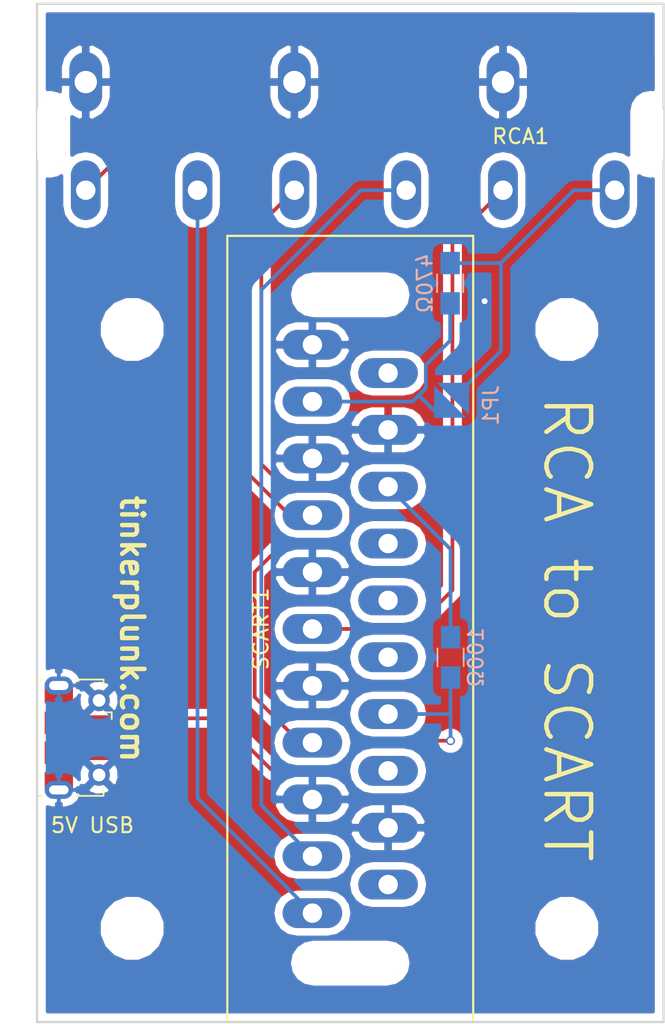
<source format=kicad_pcb>
(kicad_pcb (version 4) (host pcbnew 4.0.7)

  (general
    (links 30)
    (no_connects 0)
    (area 129.401499 66.345999 171.588501 134.758501)
    (thickness 1.6)
    (drawings 13)
    (tracks 82)
    (zones 0)
    (modules 10)
    (nets 21)
  )

  (page A4)
  (layers
    (0 F.Cu signal)
    (31 B.Cu signal)
    (32 B.Adhes user)
    (33 F.Adhes user)
    (34 B.Paste user)
    (35 F.Paste user)
    (36 B.SilkS user)
    (37 F.SilkS user)
    (38 B.Mask user)
    (39 F.Mask user)
    (40 Dwgs.User user)
    (41 Cmts.User user)
    (42 Eco1.User user)
    (43 Eco2.User user)
    (44 Edge.Cuts user)
    (45 Margin user)
    (46 B.CrtYd user)
    (47 F.CrtYd user)
    (48 B.Fab user)
    (49 F.Fab user)
  )

  (setup
    (last_trace_width 0.25)
    (trace_clearance 0.2)
    (zone_clearance 0.508)
    (zone_45_only no)
    (trace_min 0.2)
    (segment_width 0.2)
    (edge_width 0.15)
    (via_size 0.6)
    (via_drill 0.4)
    (via_min_size 0.4)
    (via_min_drill 0.3)
    (uvia_size 0.3)
    (uvia_drill 0.1)
    (uvias_allowed no)
    (uvia_min_size 0.2)
    (uvia_min_drill 0.1)
    (pcb_text_width 0.3)
    (pcb_text_size 1.5 1.5)
    (mod_edge_width 0.15)
    (mod_text_size 1 1)
    (mod_text_width 0.15)
    (pad_size 1.45 1.45)
    (pad_drill 0.85)
    (pad_to_mask_clearance 0.2)
    (aux_axis_origin 0 0)
    (visible_elements 7FFFFFFF)
    (pcbplotparams
      (layerselection 0x010f0_80000001)
      (usegerberextensions true)
      (excludeedgelayer true)
      (linewidth 0.100000)
      (plotframeref false)
      (viasonmask false)
      (mode 1)
      (useauxorigin false)
      (hpglpennumber 1)
      (hpglpenspeed 20)
      (hpglpendiameter 15)
      (hpglpenoverlay 2)
      (psnegative false)
      (psa4output false)
      (plotreference true)
      (plotvalue true)
      (plotinvisibletext false)
      (padsonsilk false)
      (subtractmaskfromsilk false)
      (outputformat 1)
      (mirror false)
      (drillshape 0)
      (scaleselection 1)
      (outputdirectory Gerbers/))
  )

  (net 0 "")
  (net 1 GND)
  (net 2 RED)
  (net 3 R_AUD)
  (net 4 SYNC)
  (net 5 GREEN)
  (net 6 L_AUD)
  (net 7 BLUE)
  (net 8 "Net-(SCART1-Pad14)")
  (net 9 "Net-(SCART1-Pad10)")
  (net 10 "Net-(SCART1-Pad12)")
  (net 11 "Net-(J1-Pad1)")
  (net 12 "Net-(J2-Pad1)")
  (net 13 "Net-(J3-Pad1)")
  (net 14 "Net-(J4-Pad1)")
  (net 15 "Net-(J5-Pad1)")
  (net 16 "Net-(JP1-Pad2)")
  (net 17 "Net-(R1-Pad2)")
  (net 18 "Net-(SCART1-Pad20)")
  (net 19 "Net-(SCART1-Pad2)")
  (net 20 "Net-(SCART1-Pad6)")

  (net_class Default "This is the default net class."
    (clearance 0.2)
    (trace_width 0.25)
    (via_dia 0.6)
    (via_drill 0.4)
    (uvia_dia 0.3)
    (uvia_drill 0.1)
    (add_net BLUE)
    (add_net GND)
    (add_net GREEN)
    (add_net L_AUD)
    (add_net "Net-(J1-Pad1)")
    (add_net "Net-(J2-Pad1)")
    (add_net "Net-(J3-Pad1)")
    (add_net "Net-(J4-Pad1)")
    (add_net "Net-(J5-Pad1)")
    (add_net "Net-(JP1-Pad2)")
    (add_net "Net-(R1-Pad2)")
    (add_net "Net-(SCART1-Pad10)")
    (add_net "Net-(SCART1-Pad12)")
    (add_net "Net-(SCART1-Pad14)")
    (add_net "Net-(SCART1-Pad2)")
    (add_net "Net-(SCART1-Pad20)")
    (add_net "Net-(SCART1-Pad6)")
    (add_net RED)
    (add_net R_AUD)
    (add_net SYNC)
  )

  (module Mounting_Holes:MountingHole_3.2mm_M3 (layer F.Cu) (tedit 5B19C1E6) (tstamp 5B19BFE1)
    (at 165.03175 128.40175)
    (descr "Mounting Hole 3.2mm, no annular, M3")
    (tags "mounting hole 3.2mm no annular m3")
    (path /5B19BE3C)
    (attr virtual)
    (fp_text reference J1 (at 0 -4.2) (layer F.SilkS) hide
      (effects (font (size 1 1) (thickness 0.15)))
    )
    (fp_text value Conn_01x01 (at 0 4.2) (layer F.Fab)
      (effects (font (size 1 1) (thickness 0.15)))
    )
    (fp_text user %R (at 0.3 0) (layer F.Fab)
      (effects (font (size 1 1) (thickness 0.15)))
    )
    (fp_circle (center 0 0) (end 3.2 0) (layer Cmts.User) (width 0.15))
    (fp_circle (center 0 0) (end 3.45 0) (layer F.CrtYd) (width 0.05))
    (pad 1 np_thru_hole circle (at 0 0) (size 3.2 3.2) (drill 3.2) (layers *.Cu *.Mask)
      (net 11 "Net-(J1-Pad1)"))
  )

  (module Mounting_Holes:MountingHole_3.2mm_M3 (layer F.Cu) (tedit 5B19C1EA) (tstamp 5B19BFE6)
    (at 135.85825 128.40175)
    (descr "Mounting Hole 3.2mm, no annular, M3")
    (tags "mounting hole 3.2mm no annular m3")
    (path /5B19BE9F)
    (attr virtual)
    (fp_text reference J2 (at 0 -4.2) (layer F.SilkS) hide
      (effects (font (size 1 1) (thickness 0.15)))
    )
    (fp_text value Conn_01x01 (at 0 4.2) (layer F.Fab)
      (effects (font (size 1 1) (thickness 0.15)))
    )
    (fp_text user %R (at 0.3 0) (layer F.Fab)
      (effects (font (size 1 1) (thickness 0.15)))
    )
    (fp_circle (center 0 0) (end 3.2 0) (layer Cmts.User) (width 0.15))
    (fp_circle (center 0 0) (end 3.45 0) (layer F.CrtYd) (width 0.05))
    (pad 1 np_thru_hole circle (at 0 0) (size 3.2 3.2) (drill 3.2) (layers *.Cu *.Mask)
      (net 12 "Net-(J2-Pad1)"))
  )

  (module Mounting_Holes:MountingHole_3.2mm_M3 (layer F.Cu) (tedit 5B19C1DF) (tstamp 5B19BFEB)
    (at 165.03175 88.26025)
    (descr "Mounting Hole 3.2mm, no annular, M3")
    (tags "mounting hole 3.2mm no annular m3")
    (path /5B19BE5E)
    (attr virtual)
    (fp_text reference J3 (at 0 -4.2) (layer F.SilkS) hide
      (effects (font (size 1 1) (thickness 0.15)))
    )
    (fp_text value Conn_01x01 (at 0 4.2) (layer F.Fab)
      (effects (font (size 1 1) (thickness 0.15)))
    )
    (fp_text user %R (at 0.3 0) (layer F.Fab)
      (effects (font (size 1 1) (thickness 0.15)))
    )
    (fp_circle (center 0 0) (end 3.2 0) (layer Cmts.User) (width 0.15))
    (fp_circle (center 0 0) (end 3.45 0) (layer F.CrtYd) (width 0.05))
    (pad 1 np_thru_hole circle (at 0 0) (size 3.2 3.2) (drill 3.2) (layers *.Cu *.Mask)
      (net 13 "Net-(J3-Pad1)"))
  )

  (module Mounting_Holes:MountingHole_3.2mm_M3 (layer F.Cu) (tedit 5B19C1F0) (tstamp 5B19BFF0)
    (at 135.85825 88.26025)
    (descr "Mounting Hole 3.2mm, no annular, M3")
    (tags "mounting hole 3.2mm no annular m3")
    (path /5B19BE7E)
    (attr virtual)
    (fp_text reference J4 (at 0 -4.2) (layer F.SilkS) hide
      (effects (font (size 1 1) (thickness 0.15)))
    )
    (fp_text value Conn_01x01 (at 0 4.2) (layer F.Fab)
      (effects (font (size 1 1) (thickness 0.15)))
    )
    (fp_text user %R (at 0.3 0) (layer F.Fab)
      (effects (font (size 1 1) (thickness 0.15)))
    )
    (fp_circle (center 0 0) (end 3.2 0) (layer Cmts.User) (width 0.15))
    (fp_circle (center 0 0) (end 3.45 0) (layer F.CrtYd) (width 0.05))
    (pad 1 np_thru_hole circle (at 0 0) (size 3.2 3.2) (drill 3.2) (layers *.Cu *.Mask)
      (net 14 "Net-(J4-Pad1)"))
  )

  (module Jumper:Jumper (layer B.Cu) (tedit 5B1A05E8) (tstamp 5B19FFB9)
    (at 157.29712 93.00464 90)
    (path /5B19F8ED)
    (fp_text reference JP1 (at -0.33528 2.6416 90) (layer B.SilkS)
      (effects (font (size 1 1) (thickness 0.15)) (justify mirror))
    )
    (fp_text value Jumper_NO_Small (at 0.1 3.75 90) (layer B.Fab)
      (effects (font (size 1 1) (thickness 0.15)) (justify mirror))
    )
    (pad 1 smd trapezoid (at -0.635 -0.635 225) (size 1.524 1.524) (rect_delta 1.5 0 ) (layers B.Cu B.Paste B.Mask)
      (net 4 SYNC))
    (pad 2 smd trapezoid (at 0.635 0.635 45) (size 1.524 1.524) (rect_delta 1.5 0 ) (layers B.Cu B.Paste B.Mask)
      (net 16 "Net-(JP1-Pad2)"))
  )

  (module Resistors_SMD:R_0805_HandSoldering (layer B.Cu) (tedit 5B1A05C0) (tstamp 5B19FFCA)
    (at 157.226 110.236 90)
    (descr "Resistor SMD 0805, hand soldering")
    (tags "resistor 0805")
    (path /5B19FB64)
    (attr smd)
    (fp_text reference 100Ω (at 0 1.7 90) (layer B.SilkS)
      (effects (font (size 1 1) (thickness 0.15)) (justify mirror))
    )
    (fp_text value 100 (at 0 -1.75 90) (layer B.Fab)
      (effects (font (size 1 1) (thickness 0.15)) (justify mirror))
    )
    (fp_text user %R (at 0 0 90) (layer B.Fab)
      (effects (font (size 0.5 0.5) (thickness 0.075)) (justify mirror))
    )
    (fp_line (start -1 -0.62) (end -1 0.62) (layer B.Fab) (width 0.1))
    (fp_line (start 1 -0.62) (end -1 -0.62) (layer B.Fab) (width 0.1))
    (fp_line (start 1 0.62) (end 1 -0.62) (layer B.Fab) (width 0.1))
    (fp_line (start -1 0.62) (end 1 0.62) (layer B.Fab) (width 0.1))
    (fp_line (start 0.6 -0.88) (end -0.6 -0.88) (layer B.SilkS) (width 0.12))
    (fp_line (start -0.6 0.88) (end 0.6 0.88) (layer B.SilkS) (width 0.12))
    (fp_line (start -2.35 0.9) (end 2.35 0.9) (layer B.CrtYd) (width 0.05))
    (fp_line (start -2.35 0.9) (end -2.35 -0.9) (layer B.CrtYd) (width 0.05))
    (fp_line (start 2.35 -0.9) (end 2.35 0.9) (layer B.CrtYd) (width 0.05))
    (fp_line (start 2.35 -0.9) (end -2.35 -0.9) (layer B.CrtYd) (width 0.05))
    (pad 1 smd rect (at -1.35 0 90) (size 1.5 1.3) (layers B.Cu B.Paste B.Mask)
      (net 15 "Net-(J5-Pad1)"))
    (pad 2 smd rect (at 1.35 0 90) (size 1.5 1.3) (layers B.Cu B.Paste B.Mask)
      (net 17 "Net-(R1-Pad2)"))
    (model ${KISYS3DMOD}/Resistors_SMD.3dshapes/R_0805.wrl
      (at (xyz 0 0 0))
      (scale (xyz 1 1 1))
      (rotate (xyz 0 0 0))
    )
  )

  (module Resistors_SMD:R_0805_HandSoldering (layer B.Cu) (tedit 5B1A05D2) (tstamp 5B19FFDB)
    (at 157.2006 85.15604 270)
    (descr "Resistor SMD 0805, hand soldering")
    (tags "resistor 0805")
    (path /5B19F9CE)
    (attr smd)
    (fp_text reference 470Ω (at 0 1.7 270) (layer B.SilkS)
      (effects (font (size 1 1) (thickness 0.15)) (justify mirror))
    )
    (fp_text value R (at 0 -1.75 270) (layer B.Fab)
      (effects (font (size 1 1) (thickness 0.15)) (justify mirror))
    )
    (fp_text user %R (at 0 0 270) (layer B.Fab)
      (effects (font (size 0.5 0.5) (thickness 0.075)) (justify mirror))
    )
    (fp_line (start -1 -0.62) (end -1 0.62) (layer B.Fab) (width 0.1))
    (fp_line (start 1 -0.62) (end -1 -0.62) (layer B.Fab) (width 0.1))
    (fp_line (start 1 0.62) (end 1 -0.62) (layer B.Fab) (width 0.1))
    (fp_line (start -1 0.62) (end 1 0.62) (layer B.Fab) (width 0.1))
    (fp_line (start 0.6 -0.88) (end -0.6 -0.88) (layer B.SilkS) (width 0.12))
    (fp_line (start -0.6 0.88) (end 0.6 0.88) (layer B.SilkS) (width 0.12))
    (fp_line (start -2.35 0.9) (end 2.35 0.9) (layer B.CrtYd) (width 0.05))
    (fp_line (start -2.35 0.9) (end -2.35 -0.9) (layer B.CrtYd) (width 0.05))
    (fp_line (start 2.35 -0.9) (end 2.35 0.9) (layer B.CrtYd) (width 0.05))
    (fp_line (start 2.35 -0.9) (end -2.35 -0.9) (layer B.CrtYd) (width 0.05))
    (pad 1 smd rect (at -1.35 0 270) (size 1.5 1.3) (layers B.Cu B.Paste B.Mask)
      (net 16 "Net-(JP1-Pad2)"))
    (pad 2 smd rect (at 1.35 0 270) (size 1.5 1.3) (layers B.Cu B.Paste B.Mask)
      (net 4 SYNC))
    (model ${KISYS3DMOD}/Resistors_SMD.3dshapes/R_0805.wrl
      (at (xyz 0 0 0))
      (scale (xyz 1 1 1))
      (rotate (xyz 0 0 0))
    )
  )

  (module "New Footprints:3x2_RCA" (layer F.Cu) (tedit 5B18BA86) (tstamp 5B1A017C)
    (at 150.495 66.421 180)
    (path /5B098E54)
    (fp_text reference RCA1 (at -11.43 -8.89 180) (layer F.SilkS)
      (effects (font (size 1 1) (thickness 0.15)))
    )
    (fp_text value 3x2_RCA (at 10.16 -7.62 180) (layer F.Fab)
      (effects (font (size 1 1) (thickness 0.15)))
    )
    (fp_line (start -21 0) (end 21 0) (layer F.SilkS) (width 0.15))
    (pad 9 thru_hole oval (at 17.75 -5.25 180) (size 2.2 4) (drill 1.5) (layers *.Cu *.Mask)
      (net 1 GND))
    (pad 8 thru_hole oval (at 3.75 -5.25 180) (size 2.2 4) (drill 1.5) (layers *.Cu *.Mask)
      (net 1 GND))
    (pad 7 thru_hole oval (at -10.25 -5.25 180) (size 2.2 4) (drill 1.5) (layers *.Cu *.Mask)
      (net 1 GND))
    (pad 6 thru_hole oval (at 17.75 -12.5 180) (size 2 4) (drill 1.3) (layers *.Cu *.Mask)
      (net 2 RED))
    (pad 5 thru_hole oval (at 10.25 -12.5 180) (size 2 4) (drill 1.3) (layers *.Cu *.Mask)
      (net 3 R_AUD))
    (pad 1 thru_hole oval (at -17.75 -12.5 180) (size 2 4) (drill 1.3) (layers *.Cu *.Mask)
      (net 16 "Net-(JP1-Pad2)"))
    (pad 2 thru_hole oval (at -10.25 -12.5 180) (size 2 4) (drill 1.3) (layers *.Cu *.Mask)
      (net 5 GREEN))
    (pad 3 thru_hole oval (at -3.75 -12.5 180) (size 2 4) (drill 1.3) (layers *.Cu *.Mask)
      (net 6 L_AUD))
    (pad 4 thru_hole oval (at 3.75 -12.5 180) (size 2 4) (drill 1.3) (layers *.Cu *.Mask)
      (net 7 BLUE))
    (pad "" np_thru_hole oval (at -20.15 -8.75 180) (size 1.7 4.7) (drill oval 1.7 4.7) (layers *.Cu *.Mask))
    (pad "" np_thru_hole oval (at 20.15 -8.75 180) (size 1.7 4.7) (drill oval 1.7 4.7) (layers *.Cu *.Mask))
  )

  (module "New Footprints:SCART_F" (layer F.Cu) (tedit 5B1A012C) (tstamp 5B1A018B)
    (at 150.495 108.331 270)
    (path /5B074A73)
    (fp_text reference SCART1 (at 0 6 270) (layer F.SilkS)
      (effects (font (size 1 1) (thickness 0.15)))
    )
    (fp_text value SCART-F (at 0 -6.25 270) (layer F.Fab)
      (effects (font (size 1 1) (thickness 0.15)))
    )
    (fp_line (start 26.35 8.25) (end -26.35 8.25) (layer F.SilkS) (width 0.15))
    (fp_line (start -26.35 8.25) (end -26.35 -8.25) (layer F.SilkS) (width 0.15))
    (fp_line (start -26.35 -8.25) (end 26.35 -8.25) (layer F.SilkS) (width 0.15))
    (fp_line (start 26.35 -8.25) (end 26.35 8.25) (layer F.SilkS) (width 0.15))
    (pad 20 thru_hole oval (at -17.155 -2.54 270) (size 2 4) (drill 1.3) (layers *.Cu *.Mask)
      (net 18 "Net-(SCART1-Pad20)"))
    (pad 18 thru_hole oval (at -13.345 -2.54 270) (size 2 4) (drill 1.3) (layers *.Cu *.Mask)
      (net 1 GND))
    (pad 16 thru_hole oval (at -9.535 -2.54 270) (size 2 4) (drill 1.3) (layers *.Cu *.Mask)
      (net 17 "Net-(R1-Pad2)"))
    (pad 14 thru_hole oval (at -5.725 -2.54 270) (size 2 4) (drill 1.3) (layers *.Cu *.Mask)
      (net 8 "Net-(SCART1-Pad14)"))
    (pad 2 thru_hole oval (at 17.135 -2.54 270) (size 2 4) (drill 1.3) (layers *.Cu *.Mask)
      (net 19 "Net-(SCART1-Pad2)"))
    (pad 4 thru_hole oval (at 13.325 -2.54 270) (size 2 4) (drill 1.3) (layers *.Cu *.Mask)
      (net 1 GND))
    (pad 6 thru_hole oval (at 9.515 -2.54 270) (size 2 4) (drill 1.3) (layers *.Cu *.Mask)
      (net 20 "Net-(SCART1-Pad6)"))
    (pad 8 thru_hole oval (at 5.705 -2.54 270) (size 2 4) (drill 1.3) (layers *.Cu *.Mask)
      (net 15 "Net-(J5-Pad1)"))
    (pad 10 thru_hole oval (at 1.895 -2.54 270) (size 2 4) (drill 1.3) (layers *.Cu *.Mask)
      (net 9 "Net-(SCART1-Pad10)"))
    (pad 12 thru_hole oval (at -1.915 -2.54 270) (size 2 4) (drill 1.3) (layers *.Cu *.Mask)
      (net 10 "Net-(SCART1-Pad12)"))
    (pad 1 thru_hole oval (at 19.05 2.54 270) (size 2 4) (drill 1.3) (layers *.Cu *.Mask)
      (net 3 R_AUD))
    (pad 3 thru_hole oval (at 15.24 2.54 270) (size 2 4) (drill 1.3) (layers *.Cu *.Mask)
      (net 6 L_AUD))
    (pad 5 thru_hole oval (at 11.43 2.54 270) (size 2 4) (drill 1.3) (layers *.Cu *.Mask)
      (net 1 GND))
    (pad 7 thru_hole oval (at 7.62 2.54 270) (size 2 4) (drill 1.3) (layers *.Cu *.Mask)
      (net 7 BLUE))
    (pad 9 thru_hole oval (at 3.81 2.54 270) (size 2 4) (drill 1.3) (layers *.Cu *.Mask)
      (net 1 GND))
    (pad 21 thru_hole oval (at -19.05 2.54 270) (size 2 4) (drill 1.3) (layers *.Cu *.Mask)
      (net 1 GND))
    (pad 19 thru_hole oval (at -15.24 2.54 270) (size 2 4) (drill 1.3) (layers *.Cu *.Mask)
      (net 4 SYNC))
    (pad 17 thru_hole oval (at -11.43 2.54 270) (size 2 4) (drill 1.3) (layers *.Cu *.Mask)
      (net 1 GND))
    (pad 15 thru_hole oval (at -7.62 2.54 270) (size 2 4) (drill 1.3) (layers *.Cu *.Mask)
      (net 2 RED))
    (pad 13 thru_hole oval (at -3.81 2.54 270) (size 2 4) (drill 1.3) (layers *.Cu *.Mask)
      (net 1 GND))
    (pad 11 thru_hole oval (at 0 2.54 270) (size 2 4) (drill 1.3) (layers *.Cu *.Mask)
      (net 5 GREEN))
    (pad "" np_thru_hole oval (at -22.4 0 270) (size 2 6.8) (drill oval 2 6.8) (layers *.Cu *.Mask))
    (pad "" np_thru_hole oval (at 22.4 0 270) (size 2 6.8) (drill oval 2 6.8) (layers *.Cu *.Mask))
  )

  (module Connectors_USB:USB_Micro-B_Molex-105017-0001 (layer F.Cu) (tedit 5B1DC75A) (tstamp 5B1A031F)
    (at 131.28752 115.6208 270)
    (descr http://www.molex.com/pdm_docs/sd/1050170001_sd.pdf)
    (tags "Micro-USB SMD Typ-B")
    (path /5B19FA3C)
    (attr smd)
    (fp_text reference "5V USB" (at 5.87248 -1.91008 540) (layer F.SilkS)
      (effects (font (size 1 1) (thickness 0.15)))
    )
    (fp_text value Conn_Coaxial_Power (at 0.3 3.45 270) (layer F.Fab)
      (effects (font (size 1 1) (thickness 0.15)))
    )
    (fp_line (start -4.4 2.75) (end 4.4 2.75) (layer F.CrtYd) (width 0.05))
    (fp_line (start 4.4 -3.35) (end 4.4 2.75) (layer F.CrtYd) (width 0.05))
    (fp_line (start -4.4 -3.35) (end 4.4 -3.35) (layer F.CrtYd) (width 0.05))
    (fp_line (start -4.4 2.75) (end -4.4 -3.35) (layer F.CrtYd) (width 0.05))
    (fp_text user "PCB Edge" (at 0 1.8 270) (layer Dwgs.User)
      (effects (font (size 0.5 0.5) (thickness 0.08)))
    )
    (fp_line (start -3.9 -2.65) (end -3.45 -2.65) (layer F.SilkS) (width 0.12))
    (fp_line (start -3.9 -0.8) (end -3.9 -2.65) (layer F.SilkS) (width 0.12))
    (fp_line (start 3.9 1.75) (end 3.9 1.5) (layer F.SilkS) (width 0.12))
    (fp_line (start 3.75 2.5) (end 3.75 -2.5) (layer F.Fab) (width 0.1))
    (fp_line (start -3 1.801704) (end 3 1.801704) (layer F.Fab) (width 0.1))
    (fp_line (start -3.75 2.501704) (end 3.75 2.501704) (layer F.Fab) (width 0.1))
    (fp_line (start -3.75 -2.5) (end 3.75 -2.5) (layer F.Fab) (width 0.1))
    (fp_line (start -3.75 2.5) (end -3.75 -2.5) (layer F.Fab) (width 0.1))
    (fp_line (start -3.9 1.75) (end -3.9 1.5) (layer F.SilkS) (width 0.12))
    (fp_line (start 3.9 -0.8) (end 3.9 -2.65) (layer F.SilkS) (width 0.12))
    (fp_line (start 3.9 -2.65) (end 3.45 -2.65) (layer F.SilkS) (width 0.12))
    (fp_text user %R (at 0 0 270) (layer F.Fab)
      (effects (font (size 1 1) (thickness 0.15)))
    )
    (fp_line (start -1.7 -3.2) (end -1.25 -3.2) (layer F.SilkS) (width 0.12))
    (fp_line (start -1.7 -3.2) (end -1.7 -2.75) (layer F.SilkS) (width 0.12))
    (fp_line (start -1.3 -2.6) (end -1.5 -2.8) (layer F.Fab) (width 0.1))
    (fp_line (start -1.1 -2.8) (end -1.3 -2.6) (layer F.Fab) (width 0.1))
    (fp_line (start -1.5 -3.01) (end -1.1 -3.01) (layer F.Fab) (width 0.1))
    (fp_line (start -1.5 -3.01) (end -1.5 -2.8) (layer F.Fab) (width 0.1))
    (fp_line (start -1.1 -3.01) (end -1.1 -2.8) (layer F.Fab) (width 0.1))
    (pad 6 smd rect (at 1 0.35 270) (size 1.5 1.9) (layers F.Cu F.Paste F.Mask)
      (net 1 GND))
    (pad 6 thru_hole circle (at -2.5 -2.35 270) (size 1.45 1.45) (drill 0.85) (layers *.Cu *.Mask)
      (net 1 GND))
    (pad 2 smd rect (at -0.65 -2.35 270) (size 0.4 1.35) (layers F.Cu F.Paste F.Mask))
    (pad 1 smd rect (at -1.3 -2.35 270) (size 0.4 1.35) (layers F.Cu F.Paste F.Mask)
      (net 15 "Net-(J5-Pad1)"))
    (pad 5 smd rect (at 1.3 -2.35 270) (size 0.4 1.35) (layers F.Cu F.Paste F.Mask)
      (net 1 GND))
    (pad 4 smd rect (at 0.65 -2.35 270) (size 0.4 1.35) (layers F.Cu F.Paste F.Mask))
    (pad 3 smd rect (at 0 -2.35 270) (size 0.4 1.35) (layers F.Cu F.Paste F.Mask))
    (pad 6 thru_hole circle (at 2.5 -2.35 270) (size 1.45 1.45) (drill 0.85) (layers *.Cu *.Mask)
      (net 1 GND))
    (pad 6 smd rect (at -1 0.35 270) (size 1.5 1.9) (layers F.Cu F.Paste F.Mask)
      (net 1 GND))
    (pad 6 thru_hole oval (at -3.5 0.35 90) (size 1.2 1.9) (drill oval 0.6 1.3) (layers *.Cu *.Mask)
      (net 1 GND))
    (pad 6 thru_hole oval (at 3.5 0.35 270) (size 1.2 1.9) (drill oval 0.6 1.3) (layers *.Cu *.Mask)
      (net 1 GND))
    (pad 6 smd rect (at 2.9 0.35 270) (size 1.2 1.9) (layers F.Cu F.Mask)
      (net 1 GND))
    (pad 6 smd rect (at -2.9 0.35 270) (size 1.2 1.9) (layers F.Cu F.Mask)
      (net 1 GND))
    (model ${KISYS3DMOD}/Connectors_USB.3dshapes/USB_Micro-B_Molex-105017-0001.wrl
      (at (xyz 0 0 0))
      (scale (xyz 1 1 1))
      (rotate (xyz 0 0 0))
    )
  )

  (gr_line (start 130.58752 112.1208) (end 131.28752 112.1208) (angle 90) (layer Edge.Cuts) (width 0.6))
  (gr_line (start 130.58752 119.1208) (end 131.28752 119.1208) (angle 90) (layer Edge.Cuts) (width 0.6))
  (gr_text tinkerplunk.com (at 135.85825 108.331 270) (layer F.SilkS)
    (effects (font (size 1.5 1.5) (thickness 0.3)))
  )
  (gr_text v0.2 (at 171.0182 68.01104) (layer F.Cu)
    (effects (font (size 1.5 1.5) (thickness 0.3)) (justify right))
  )
  (gr_text "RCA to SCART" (at 165.03175 108.331 270) (layer F.SilkS)
    (effects (font (size 3 3) (thickness 0.3)))
  )
  (gr_line (start 130.345 73.671) (end 130.345 76.671) (angle 90) (layer Edge.Cuts) (width 1.7))
  (gr_line (start 129.4765 134.6835) (end 129.4765 66.421) (angle 90) (layer Edge.Cuts) (width 0.15))
  (gr_line (start 171.5135 66.421) (end 171.5135 134.6835) (angle 90) (layer Edge.Cuts) (width 0.15))
  (gr_line (start 171.5135 134.6835) (end 129.4765 134.6835) (angle 90) (layer Edge.Cuts) (width 0.15))
  (gr_line (start 170.645 73.671) (end 170.645 76.671) (angle 90) (layer Edge.Cuts) (width 1.7) (tstamp 5B18BBBA))
  (gr_line (start 171.5135 66.421) (end 129.4765 66.421) (angle 90) (layer Edge.Cuts) (width 0.15))
  (gr_line (start 148.095 130.731) (end 152.895 130.731) (angle 90) (layer Edge.Cuts) (width 2) (tstamp 5B18B802))
  (gr_line (start 148.095 85.931) (end 152.895 85.931) (angle 90) (layer Edge.Cuts) (width 2))

  (via (at 159.512 86.36) (size 0.6) (drill 0.4) (layers F.Cu B.Cu) (net 1))
  (segment (start 130.93752 114.6208) (end 130.93752 112.7208) (width 0.25) (layer F.Cu) (net 1))
  (segment (start 130.93752 112.7208) (end 130.93752 112.1208) (width 0.25) (layer F.Cu) (net 1) (tstamp 5B1DC88F))
  (segment (start 130.93752 116.6208) (end 130.93752 114.6208) (width 0.25) (layer F.Cu) (net 1))
  (segment (start 130.93752 116.6208) (end 130.93752 118.5208) (width 0.25) (layer F.Cu) (net 1))
  (segment (start 130.93752 118.5208) (end 130.93752 119.1208) (width 0.25) (layer F.Cu) (net 1) (tstamp 5B1DC88B))
  (segment (start 130.93752 112.1208) (end 132.1868 112.1208) (width 0.25) (layer B.Cu) (net 1))
  (segment (start 132.1868 112.1208) (end 132.334 112.268) (width 0.25) (layer B.Cu) (net 1) (tstamp 5B1DC887))
  (segment (start 130.93752 112.1208) (end 130.93752 112.90352) (width 0.25) (layer B.Cu) (net 1))
  (segment (start 130.93752 112.90352) (end 131.064 113.03) (width 0.25) (layer B.Cu) (net 1) (tstamp 5B1DC884))
  (segment (start 130.93752 119.1208) (end 132.3288 119.1208) (width 0.25) (layer B.Cu) (net 1))
  (segment (start 132.3288 119.1208) (end 132.334 119.126) (width 0.25) (layer B.Cu) (net 1) (tstamp 5B1DC881))
  (segment (start 130.93752 119.1208) (end 130.93752 117.98248) (width 0.25) (layer B.Cu) (net 1))
  (segment (start 130.93752 117.98248) (end 131.064 117.856) (width 0.25) (layer B.Cu) (net 1) (tstamp 5B1DC87E))
  (segment (start 130.93752 119.1208) (end 130.93752 120.26952) (width 0.25) (layer F.Cu) (net 1))
  (segment (start 130.93752 120.26952) (end 131.064 120.396) (width 0.25) (layer F.Cu) (net 1) (tstamp 5B1DC879))
  (segment (start 130.93752 119.1208) (end 130.93752 120.26952) (width 0.25) (layer B.Cu) (net 1))
  (segment (start 130.93752 120.26952) (end 131.064 120.396) (width 0.25) (layer B.Cu) (net 1) (tstamp 5B1DC876))
  (segment (start 130.93752 112.1208) (end 130.93752 110.87152) (width 0.25) (layer B.Cu) (net 1))
  (segment (start 130.93752 110.87152) (end 130.81 110.744) (width 0.25) (layer B.Cu) (net 1) (tstamp 5B1DC873))
  (segment (start 130.93752 112.1208) (end 130.93752 110.87152) (width 0.25) (layer F.Cu) (net 1))
  (segment (start 130.93752 110.87152) (end 130.81 110.744) (width 0.25) (layer F.Cu) (net 1) (tstamp 5B1DC870))
  (segment (start 133.63752 116.9208) (end 135.53488 116.9208) (width 0.25) (layer F.Cu) (net 1))
  (segment (start 135.53488 116.9208) (end 135.55472 116.90096) (width 0.25) (layer F.Cu) (net 1) (tstamp 5B1A0B3A))
  (segment (start 147.955 100.711) (end 146.431 100.711) (width 0.25) (layer F.Cu) (net 2))
  (segment (start 146.431 100.711) (end 143.1925 97.4725) (width 0.25) (layer F.Cu) (net 2) (tstamp 5B18BE0F))
  (segment (start 143.1925 97.4725) (end 143.1925 78.105) (width 0.25) (layer F.Cu) (net 2) (tstamp 5B18BE15))
  (segment (start 143.1925 78.105) (end 140.589 75.5015) (width 0.25) (layer F.Cu) (net 2) (tstamp 5B18BE29))
  (segment (start 140.589 75.5015) (end 136.1645 75.5015) (width 0.25) (layer F.Cu) (net 2) (tstamp 5B18BE2B))
  (segment (start 136.1645 75.5015) (end 132.745 78.921) (width 0.25) (layer F.Cu) (net 2) (tstamp 5B18BE2E))
  (segment (start 140.245 78.921) (end 140.245 119.671) (width 0.25) (layer B.Cu) (net 3))
  (segment (start 140.245 119.671) (end 147.955 127.381) (width 0.25) (layer B.Cu) (net 3) (tstamp 5B1A04BC))
  (segment (start 156.66212 93.63964) (end 156.06268 93.63964) (width 0.25) (layer B.Cu) (net 4))
  (segment (start 156.06268 93.63964) (end 155.09494 92.6719) (width 0.25) (layer B.Cu) (net 4) (tstamp 5B1A0449))
  (segment (start 157.2006 86.50604) (end 157.2006 89.0016) (width 0.25) (layer B.Cu) (net 4))
  (segment (start 154.67584 93.091) (end 147.955 93.091) (width 0.25) (layer B.Cu) (net 4) (tstamp 5B1A03FB))
  (segment (start 155.56484 92.202) (end 155.09494 92.6719) (width 0.25) (layer B.Cu) (net 4) (tstamp 5B1A03F8))
  (segment (start 155.09494 92.6719) (end 154.67584 93.091) (width 0.25) (layer B.Cu) (net 4) (tstamp 5B1A044D))
  (segment (start 155.56484 90.63736) (end 155.56484 92.202) (width 0.25) (layer B.Cu) (net 4) (tstamp 5B1A03F1))
  (segment (start 157.2006 89.0016) (end 155.56484 90.63736) (width 0.25) (layer B.Cu) (net 4) (tstamp 5B1A03ED))
  (segment (start 147.955 108.331) (end 154.7495 108.331) (width 0.25) (layer F.Cu) (net 5))
  (segment (start 157.353 82.313) (end 160.745 78.921) (width 0.25) (layer F.Cu) (net 5) (tstamp 5B18BE44))
  (segment (start 157.353 105.7275) (end 157.353 82.313) (width 0.25) (layer F.Cu) (net 5) (tstamp 5B18BE3C))
  (segment (start 154.7495 108.331) (end 157.353 105.7275) (width 0.25) (layer F.Cu) (net 5) (tstamp 5B18BE38))
  (segment (start 147.955 123.571) (end 144.526 120.142) (width 0.25) (layer B.Cu) (net 6) (status 400000))
  (segment (start 151.203 78.921) (end 154.245 78.921) (width 0.25) (layer B.Cu) (net 6) (tstamp 5B1DCE5A) (status 800000))
  (segment (start 144.526 85.598) (end 151.203 78.921) (width 0.25) (layer B.Cu) (net 6) (tstamp 5B1DCE3F))
  (segment (start 144.526 120.142) (end 144.526 85.598) (width 0.25) (layer B.Cu) (net 6) (tstamp 5B1DCE27))
  (segment (start 144.526 81.14) (end 146.745 78.921) (width 0.25) (layer F.Cu) (net 7) (tstamp 5B18BD50))
  (segment (start 144.526 97.282) (end 144.526 81.14) (width 0.25) (layer F.Cu) (net 7) (tstamp 5B18BD4A))
  (segment (start 146.177 98.933) (end 144.526 97.282) (width 0.25) (layer F.Cu) (net 7) (tstamp 5B18BD3B))
  (segment (start 149.606 98.933) (end 146.177 98.933) (width 0.25) (layer F.Cu) (net 7) (tstamp 5B18BD37))
  (segment (start 150.5585 99.8855) (end 149.606 98.933) (width 0.25) (layer F.Cu) (net 7) (tstamp 5B18BD31))
  (segment (start 150.5585 101.6) (end 150.5585 99.8855) (width 0.25) (layer F.Cu) (net 7) (tstamp 5B18BD24))
  (segment (start 149.5425 102.616) (end 150.5585 101.6) (width 0.25) (layer F.Cu) (net 7) (tstamp 5B18BD20))
  (segment (start 145.9865 102.616) (end 149.5425 102.616) (width 0.25) (layer F.Cu) (net 7) (tstamp 5B18BD1B))
  (segment (start 147.955 115.951) (end 147.1295 115.951) (width 0.25) (layer F.Cu) (net 7))
  (segment (start 147.1295 115.951) (end 144.0815 112.903) (width 0.25) (layer F.Cu) (net 7) (tstamp 5B18BD02))
  (segment (start 144.0815 104.521) (end 145.9865 102.616) (width 0.25) (layer F.Cu) (net 7) (tstamp 5B18BD16))
  (segment (start 144.0815 112.903) (end 144.0815 104.521) (width 0.25) (layer F.Cu) (net 7) (tstamp 5B18BD0B))
  (segment (start 147.955 115.951) (end 148.59 115.951) (width 0.25) (layer F.Cu) (net 7))
  (segment (start 153.035 114.036) (end 157.226 114.036) (width 0.25) (layer B.Cu) (net 15) (status 400000))
  (segment (start 157.226 114.036) (end 157.226 114.046) (width 0.25) (layer B.Cu) (net 15) (tstamp 5B1DC8F6))
  (segment (start 133.63752 114.3208) (end 141.7528 114.3208) (width 0.25) (layer F.Cu) (net 15) (status 400000))
  (segment (start 141.7528 114.3208) (end 145.288 117.856) (width 0.25) (layer F.Cu) (net 15) (tstamp 5B1DC8D5))
  (segment (start 145.288 117.856) (end 149.352 117.856) (width 0.25) (layer F.Cu) (net 15) (tstamp 5B1DC8D9))
  (segment (start 149.352 117.856) (end 151.384 115.824) (width 0.25) (layer F.Cu) (net 15) (tstamp 5B1DC8DD))
  (segment (start 151.384 115.824) (end 157.226 115.824) (width 0.25) (layer F.Cu) (net 15) (tstamp 5B1DC8E4))
  (via (at 157.226 115.824) (size 0.6) (drill 0.4) (layers F.Cu B.Cu) (net 15))
  (segment (start 157.226 115.824) (end 157.226 114.046) (width 0.25) (layer B.Cu) (net 15) (tstamp 5B1DC8ED))
  (segment (start 157.226 114.046) (end 157.226 111.586) (width 0.25) (layer B.Cu) (net 15) (tstamp 5B1DC901) (status 800000))
  (segment (start 153.035 114.036) (end 154.776 114.036) (width 0.25) (layer B.Cu) (net 15) (status C00000))
  (segment (start 160.608 83.80604) (end 160.608 89.69376) (width 0.25) (layer B.Cu) (net 16))
  (segment (start 160.608 89.69376) (end 157.93212 92.36964) (width 0.25) (layer B.Cu) (net 16) (tstamp 5B1A0454))
  (segment (start 168.245 78.921) (end 165.49304 78.921) (width 0.25) (layer B.Cu) (net 16))
  (segment (start 160.608 83.80604) (end 157.2006 83.80604) (width 0.25) (layer B.Cu) (net 16) (tstamp 5B1A03E7))
  (segment (start 165.49304 78.921) (end 160.608 83.80604) (width 0.25) (layer B.Cu) (net 16) (tstamp 5B1A03DE))
  (segment (start 157.226 108.886) (end 157.226 102.987) (width 0.25) (layer B.Cu) (net 17) (status 400000))
  (segment (start 157.226 102.987) (end 153.035 98.796) (width 0.25) (layer B.Cu) (net 17) (tstamp 5B1DC90D) (status 800000))
  (segment (start 153.035 98.796) (end 154.62012 98.796) (width 0.25) (layer B.Cu) (net 17))
  (segment (start 153.035 91.176) (end 154.315 91.176) (width 0.25) (layer B.Cu) (net 18))
  (segment (start 153.035 117.846) (end 152.263 117.846) (width 0.25) (layer B.Cu) (net 20))

  (zone (net 1) (net_name GND) (layer F.Cu) (tstamp 5B19BAE9) (hatch edge 0.508)
    (connect_pads (clearance 0.508))
    (min_thickness 0.254)
    (fill yes (arc_segments 16) (thermal_gap 0.508) (thermal_bridge_width 0.508))
    (polygon
      (pts
        (xy 171.6405 134.8105) (xy 129.3495 134.8105) (xy 129.3495 66.294) (xy 171.6405 66.294)
      )
    )
    (filled_polygon
      (pts
        (xy 165.668915 69.99604) (xy 170.8035 69.99604) (xy 170.8035 72.159048) (xy 170.645 72.12752) (xy 170.076715 72.240559)
        (xy 169.594946 72.562466) (xy 169.273039 73.044235) (xy 169.16 73.61252) (xy 169.16 76.552146) (xy 168.870687 76.358834)
        (xy 168.245 76.234377) (xy 167.619313 76.358834) (xy 167.08888 76.713257) (xy 166.734457 77.24369) (xy 166.61 77.869377)
        (xy 166.61 79.972623) (xy 166.734457 80.59831) (xy 167.08888 81.128743) (xy 167.619313 81.483166) (xy 168.245 81.607623)
        (xy 168.870687 81.483166) (xy 169.40112 81.128743) (xy 169.755543 80.59831) (xy 169.88 79.972623) (xy 169.88 77.970001)
        (xy 170.076715 78.101441) (xy 170.645 78.21448) (xy 170.8035 78.182952) (xy 170.8035 133.9735) (xy 130.1865 133.9735)
        (xy 130.1865 130.731) (xy 146.38095 130.731) (xy 146.505407 131.356687) (xy 146.85983 131.88712) (xy 147.390263 132.241543)
        (xy 148.01595 132.366) (xy 152.97405 132.366) (xy 153.599737 132.241543) (xy 154.13017 131.88712) (xy 154.484593 131.356687)
        (xy 154.60905 130.731) (xy 154.484593 130.105313) (xy 154.13017 129.57488) (xy 153.599737 129.220457) (xy 152.97405 129.096)
        (xy 148.01595 129.096) (xy 147.390263 129.220457) (xy 146.85983 129.57488) (xy 146.505407 130.105313) (xy 146.38095 130.731)
        (xy 130.1865 130.731) (xy 130.1865 128.844369) (xy 133.622863 128.844369) (xy 133.962405 129.666122) (xy 134.590571 130.295386)
        (xy 135.411731 130.636361) (xy 136.300869 130.637137) (xy 137.122622 130.297595) (xy 137.751886 129.669429) (xy 138.092861 128.848269)
        (xy 138.093637 127.959131) (xy 137.854758 127.381) (xy 145.268377 127.381) (xy 145.392834 128.006687) (xy 145.747257 128.53712)
        (xy 146.27769 128.891543) (xy 146.903377 129.016) (xy 149.006623 129.016) (xy 149.63231 128.891543) (xy 149.702911 128.844369)
        (xy 162.796363 128.844369) (xy 163.135905 129.666122) (xy 163.764071 130.295386) (xy 164.585231 130.636361) (xy 165.474369 130.637137)
        (xy 166.296122 130.297595) (xy 166.925386 129.669429) (xy 167.266361 128.848269) (xy 167.267137 127.959131) (xy 166.927595 127.137378)
        (xy 166.299429 126.508114) (xy 165.478269 126.167139) (xy 164.589131 126.166363) (xy 163.767378 126.505905) (xy 163.138114 127.134071)
        (xy 162.797139 127.955231) (xy 162.796363 128.844369) (xy 149.702911 128.844369) (xy 150.162743 128.53712) (xy 150.517166 128.006687)
        (xy 150.641623 127.381) (xy 150.517166 126.755313) (xy 150.162743 126.22488) (xy 149.63231 125.870457) (xy 149.006623 125.746)
        (xy 146.903377 125.746) (xy 146.27769 125.870457) (xy 145.747257 126.22488) (xy 145.392834 126.755313) (xy 145.268377 127.381)
        (xy 137.854758 127.381) (xy 137.754095 127.137378) (xy 137.125929 126.508114) (xy 136.304769 126.167139) (xy 135.415631 126.166363)
        (xy 134.593878 126.505905) (xy 133.964614 127.134071) (xy 133.623639 127.955231) (xy 133.622863 128.844369) (xy 130.1865 128.844369)
        (xy 130.1865 125.466) (xy 150.348377 125.466) (xy 150.472834 126.091687) (xy 150.827257 126.62212) (xy 151.35769 126.976543)
        (xy 151.983377 127.101) (xy 154.086623 127.101) (xy 154.71231 126.976543) (xy 155.242743 126.62212) (xy 155.597166 126.091687)
        (xy 155.721623 125.466) (xy 155.597166 124.840313) (xy 155.242743 124.30988) (xy 154.71231 123.955457) (xy 154.086623 123.831)
        (xy 151.983377 123.831) (xy 151.35769 123.955457) (xy 150.827257 124.30988) (xy 150.472834 124.840313) (xy 150.348377 125.466)
        (xy 130.1865 125.466) (xy 130.1865 123.571) (xy 145.268377 123.571) (xy 145.392834 124.196687) (xy 145.747257 124.72712)
        (xy 146.27769 125.081543) (xy 146.903377 125.206) (xy 149.006623 125.206) (xy 149.63231 125.081543) (xy 150.162743 124.72712)
        (xy 150.517166 124.196687) (xy 150.641623 123.571) (xy 150.517166 122.945313) (xy 150.162743 122.41488) (xy 149.63231 122.060457)
        (xy 149.511539 122.036434) (xy 150.444876 122.036434) (xy 150.475856 122.164355) (xy 150.789078 122.722317) (xy 151.29198 123.117942)
        (xy 151.908 123.291) (xy 152.908 123.291) (xy 152.908 121.783) (xy 153.162 121.783) (xy 153.162 123.291)
        (xy 154.162 123.291) (xy 154.77802 123.117942) (xy 155.280922 122.722317) (xy 155.594144 122.164355) (xy 155.625124 122.036434)
        (xy 155.505777 121.783) (xy 153.162 121.783) (xy 152.908 121.783) (xy 150.564223 121.783) (xy 150.444876 122.036434)
        (xy 149.511539 122.036434) (xy 149.006623 121.936) (xy 146.903377 121.936) (xy 146.27769 122.060457) (xy 145.747257 122.41488)
        (xy 145.392834 122.945313) (xy 145.268377 123.571) (xy 130.1865 123.571) (xy 130.1865 120.271389) (xy 130.46052 120.3558)
        (xy 130.81052 120.3558) (xy 130.81052 120.0558) (xy 131.06452 120.0558) (xy 131.06452 120.3558) (xy 131.41452 120.3558)
        (xy 131.877467 120.21319) (xy 131.964139 120.141434) (xy 145.364876 120.141434) (xy 145.395856 120.269355) (xy 145.709078 120.827317)
        (xy 146.21198 121.222942) (xy 146.828 121.396) (xy 147.828 121.396) (xy 147.828 119.888) (xy 148.082 119.888)
        (xy 148.082 121.396) (xy 149.082 121.396) (xy 149.510698 121.275566) (xy 150.444876 121.275566) (xy 150.564223 121.529)
        (xy 152.908 121.529) (xy 152.908 120.021) (xy 153.162 120.021) (xy 153.162 121.529) (xy 155.505777 121.529)
        (xy 155.625124 121.275566) (xy 155.594144 121.147645) (xy 155.280922 120.589683) (xy 154.77802 120.194058) (xy 154.162 120.021)
        (xy 153.162 120.021) (xy 152.908 120.021) (xy 151.908 120.021) (xy 151.29198 120.194058) (xy 150.789078 120.589683)
        (xy 150.475856 121.147645) (xy 150.444876 121.275566) (xy 149.510698 121.275566) (xy 149.69802 121.222942) (xy 150.200922 120.827317)
        (xy 150.514144 120.269355) (xy 150.545124 120.141434) (xy 150.425777 119.888) (xy 148.082 119.888) (xy 147.828 119.888)
        (xy 145.484223 119.888) (xy 145.364876 120.141434) (xy 131.964139 120.141434) (xy 132.2506 119.904274) (xy 132.477112 119.476081)
        (xy 132.480982 119.438409) (xy 132.457895 119.403128) (xy 132.52252 119.247109) (xy 132.52252 119.074198) (xy 132.863727 119.074198)
        (xy 132.928642 119.312553) (xy 133.438666 119.493112) (xy 133.978964 119.464749) (xy 134.346398 119.312553) (xy 134.411313 119.074198)
        (xy 133.63752 118.300405) (xy 132.863727 119.074198) (xy 132.52252 119.074198) (xy 132.52252 118.850581) (xy 132.684122 118.894593)
        (xy 133.457915 118.1208) (xy 133.443773 118.106658) (xy 133.623378 117.927053) (xy 133.63752 117.941195) (xy 133.651663 117.927053)
        (xy 133.831268 118.106658) (xy 133.817125 118.1208) (xy 134.590918 118.894593) (xy 134.829273 118.829678) (xy 135.009832 118.319654)
        (xy 134.981469 117.779356) (xy 134.854263 117.472252) (xy 134.94752 117.247109) (xy 134.94752 117.17955) (xy 134.78877 117.0208)
        (xy 134.630453 117.0208) (xy 134.763961 116.93489) (xy 134.908951 116.72269) (xy 134.914555 116.695015) (xy 134.94752 116.66205)
        (xy 134.94752 116.594491) (xy 134.939052 116.574047) (xy 134.95996 116.4708) (xy 134.95996 116.0708) (xy 134.935576 115.941211)
        (xy 134.95996 115.8208) (xy 134.95996 115.4208) (xy 134.935576 115.291211) (xy 134.95996 115.1708) (xy 134.95996 115.0808)
        (xy 141.437998 115.0808) (xy 144.750599 118.393401) (xy 144.997161 118.558148) (xy 145.288 118.616) (xy 145.809097 118.616)
        (xy 145.709078 118.694683) (xy 145.395856 119.252645) (xy 145.364876 119.380566) (xy 145.484223 119.634) (xy 147.828 119.634)
        (xy 147.828 119.614) (xy 148.082 119.614) (xy 148.082 119.634) (xy 150.425777 119.634) (xy 150.545124 119.380566)
        (xy 150.514144 119.252645) (xy 150.200922 118.694683) (xy 149.850763 118.419218) (xy 149.889401 118.393401) (xy 150.363048 117.919754)
        (xy 150.472834 118.471687) (xy 150.827257 119.00212) (xy 151.35769 119.356543) (xy 151.983377 119.481) (xy 154.086623 119.481)
        (xy 154.71231 119.356543) (xy 155.242743 119.00212) (xy 155.597166 118.471687) (xy 155.721623 117.846) (xy 155.597166 117.220313)
        (xy 155.242743 116.68988) (xy 155.084282 116.584) (xy 156.663537 116.584) (xy 156.695673 116.616192) (xy 157.039201 116.758838)
        (xy 157.411167 116.759162) (xy 157.754943 116.617117) (xy 158.018192 116.354327) (xy 158.160838 116.010799) (xy 158.161162 115.638833)
        (xy 158.019117 115.295057) (xy 157.756327 115.031808) (xy 157.412799 114.889162) (xy 157.040833 114.888838) (xy 156.697057 115.030883)
        (xy 156.663882 115.064) (xy 155.32835 115.064) (xy 155.597166 114.661687) (xy 155.721623 114.036) (xy 155.597166 113.410313)
        (xy 155.242743 112.87988) (xy 154.71231 112.525457) (xy 154.086623 112.401) (xy 151.983377 112.401) (xy 151.35769 112.525457)
        (xy 150.827257 112.87988) (xy 150.472834 113.410313) (xy 150.348377 114.036) (xy 150.472834 114.661687) (xy 150.827257 115.19212)
        (xy 150.907627 115.245821) (xy 150.846599 115.286599) (xy 150.565399 115.567799) (xy 150.517166 115.325313) (xy 150.162743 114.79488)
        (xy 149.63231 114.440457) (xy 149.006623 114.316) (xy 146.903377 114.316) (xy 146.624729 114.371427) (xy 144.8415 112.588198)
        (xy 144.8415 112.521434) (xy 145.364876 112.521434) (xy 145.395856 112.649355) (xy 145.709078 113.207317) (xy 146.21198 113.602942)
        (xy 146.828 113.776) (xy 147.828 113.776) (xy 147.828 112.268) (xy 148.082 112.268) (xy 148.082 113.776)
        (xy 149.082 113.776) (xy 149.69802 113.602942) (xy 150.200922 113.207317) (xy 150.514144 112.649355) (xy 150.545124 112.521434)
        (xy 150.425777 112.268) (xy 148.082 112.268) (xy 147.828 112.268) (xy 145.484223 112.268) (xy 145.364876 112.521434)
        (xy 144.8415 112.521434) (xy 144.8415 111.760566) (xy 145.364876 111.760566) (xy 145.484223 112.014) (xy 147.828 112.014)
        (xy 147.828 110.506) (xy 148.082 110.506) (xy 148.082 112.014) (xy 150.425777 112.014) (xy 150.545124 111.760566)
        (xy 150.514144 111.632645) (xy 150.200922 111.074683) (xy 149.69802 110.679058) (xy 149.082 110.506) (xy 148.082 110.506)
        (xy 147.828 110.506) (xy 146.828 110.506) (xy 146.21198 110.679058) (xy 145.709078 111.074683) (xy 145.395856 111.632645)
        (xy 145.364876 111.760566) (xy 144.8415 111.760566) (xy 144.8415 108.331) (xy 145.268377 108.331) (xy 145.392834 108.956687)
        (xy 145.747257 109.48712) (xy 146.27769 109.841543) (xy 146.903377 109.966) (xy 149.006623 109.966) (xy 149.63231 109.841543)
        (xy 150.162743 109.48712) (xy 150.427421 109.091) (xy 150.813145 109.091) (xy 150.472834 109.600313) (xy 150.348377 110.226)
        (xy 150.472834 110.851687) (xy 150.827257 111.38212) (xy 151.35769 111.736543) (xy 151.983377 111.861) (xy 154.086623 111.861)
        (xy 154.71231 111.736543) (xy 155.242743 111.38212) (xy 155.597166 110.851687) (xy 155.721623 110.226) (xy 155.597166 109.600313)
        (xy 155.242743 109.06988) (xy 155.114054 108.983893) (xy 155.286901 108.868401) (xy 157.890401 106.264901) (xy 158.055148 106.018339)
        (xy 158.113 105.7275) (xy 158.113 88.702869) (xy 162.796363 88.702869) (xy 163.135905 89.524622) (xy 163.764071 90.153886)
        (xy 164.585231 90.494861) (xy 165.474369 90.495637) (xy 166.296122 90.156095) (xy 166.925386 89.527929) (xy 167.266361 88.706769)
        (xy 167.267137 87.817631) (xy 166.927595 86.995878) (xy 166.299429 86.366614) (xy 165.478269 86.025639) (xy 164.589131 86.024863)
        (xy 163.767378 86.364405) (xy 163.138114 86.992571) (xy 162.797139 87.813731) (xy 162.796363 88.702869) (xy 158.113 88.702869)
        (xy 158.113 82.627802) (xy 159.602775 81.138027) (xy 160.119313 81.483166) (xy 160.745 81.607623) (xy 161.370687 81.483166)
        (xy 161.90112 81.128743) (xy 162.255543 80.59831) (xy 162.38 79.972623) (xy 162.38 77.869377) (xy 162.255543 77.24369)
        (xy 161.90112 76.713257) (xy 161.370687 76.358834) (xy 160.745 76.234377) (xy 160.119313 76.358834) (xy 159.58888 76.713257)
        (xy 159.234457 77.24369) (xy 159.11 77.869377) (xy 159.11 79.481198) (xy 156.815599 81.775599) (xy 156.650852 82.022161)
        (xy 156.593 82.313) (xy 156.593 105.412698) (xy 155.699735 106.305963) (xy 155.597166 105.790313) (xy 155.242743 105.25988)
        (xy 154.71231 104.905457) (xy 154.086623 104.781) (xy 151.983377 104.781) (xy 151.35769 104.905457) (xy 150.827257 105.25988)
        (xy 150.472834 105.790313) (xy 150.348377 106.416) (xy 150.472834 107.041687) (xy 150.826509 107.571) (xy 150.427421 107.571)
        (xy 150.162743 107.17488) (xy 149.63231 106.820457) (xy 149.006623 106.696) (xy 146.903377 106.696) (xy 146.27769 106.820457)
        (xy 145.747257 107.17488) (xy 145.392834 107.705313) (xy 145.268377 108.331) (xy 144.8415 108.331) (xy 144.8415 104.901434)
        (xy 145.364876 104.901434) (xy 145.395856 105.029355) (xy 145.709078 105.587317) (xy 146.21198 105.982942) (xy 146.828 106.156)
        (xy 147.828 106.156) (xy 147.828 104.648) (xy 148.082 104.648) (xy 148.082 106.156) (xy 149.082 106.156)
        (xy 149.69802 105.982942) (xy 150.200922 105.587317) (xy 150.514144 105.029355) (xy 150.545124 104.901434) (xy 150.425777 104.648)
        (xy 148.082 104.648) (xy 147.828 104.648) (xy 145.484223 104.648) (xy 145.364876 104.901434) (xy 144.8415 104.901434)
        (xy 144.8415 104.835802) (xy 145.419898 104.257404) (xy 145.484223 104.394) (xy 147.828 104.394) (xy 147.828 104.374)
        (xy 148.082 104.374) (xy 148.082 104.394) (xy 150.425777 104.394) (xy 150.545124 104.140566) (xy 150.514144 104.012645)
        (xy 150.200922 103.454683) (xy 149.938254 103.248046) (xy 150.079901 103.153401) (xy 150.394654 102.838648) (xy 150.472834 103.231687)
        (xy 150.827257 103.76212) (xy 151.35769 104.116543) (xy 151.983377 104.241) (xy 154.086623 104.241) (xy 154.71231 104.116543)
        (xy 155.242743 103.76212) (xy 155.597166 103.231687) (xy 155.721623 102.606) (xy 155.597166 101.980313) (xy 155.242743 101.44988)
        (xy 154.71231 101.095457) (xy 154.086623 100.971) (xy 151.983377 100.971) (xy 151.35769 101.095457) (xy 151.3185 101.121643)
        (xy 151.3185 100.280357) (xy 151.35769 100.306543) (xy 151.983377 100.431) (xy 154.086623 100.431) (xy 154.71231 100.306543)
        (xy 155.242743 99.95212) (xy 155.597166 99.421687) (xy 155.721623 98.796) (xy 155.597166 98.170313) (xy 155.242743 97.63988)
        (xy 154.71231 97.285457) (xy 154.086623 97.161) (xy 151.983377 97.161) (xy 151.35769 97.285457) (xy 150.827257 97.63988)
        (xy 150.472834 98.170313) (xy 150.3808 98.632998) (xy 150.143401 98.395599) (xy 149.896839 98.230852) (xy 149.872166 98.225944)
        (xy 150.200922 97.967317) (xy 150.514144 97.409355) (xy 150.545124 97.281434) (xy 150.425777 97.028) (xy 148.082 97.028)
        (xy 148.082 97.048) (xy 147.828 97.048) (xy 147.828 97.028) (xy 145.484223 97.028) (xy 145.440227 97.121425)
        (xy 145.286 96.967198) (xy 145.286 96.520566) (xy 145.364876 96.520566) (xy 145.484223 96.774) (xy 147.828 96.774)
        (xy 147.828 95.266) (xy 148.082 95.266) (xy 148.082 96.774) (xy 150.425777 96.774) (xy 150.545124 96.520566)
        (xy 150.514144 96.392645) (xy 150.200922 95.834683) (xy 149.69802 95.439058) (xy 149.439507 95.366434) (xy 150.444876 95.366434)
        (xy 150.475856 95.494355) (xy 150.789078 96.052317) (xy 151.29198 96.447942) (xy 151.908 96.621) (xy 152.908 96.621)
        (xy 152.908 95.113) (xy 153.162 95.113) (xy 153.162 96.621) (xy 154.162 96.621) (xy 154.77802 96.447942)
        (xy 155.280922 96.052317) (xy 155.594144 95.494355) (xy 155.625124 95.366434) (xy 155.505777 95.113) (xy 153.162 95.113)
        (xy 152.908 95.113) (xy 150.564223 95.113) (xy 150.444876 95.366434) (xy 149.439507 95.366434) (xy 149.082 95.266)
        (xy 148.082 95.266) (xy 147.828 95.266) (xy 146.828 95.266) (xy 146.21198 95.439058) (xy 145.709078 95.834683)
        (xy 145.395856 96.392645) (xy 145.364876 96.520566) (xy 145.286 96.520566) (xy 145.286 93.179597) (xy 145.392834 93.716687)
        (xy 145.747257 94.24712) (xy 146.27769 94.601543) (xy 146.903377 94.726) (xy 149.006623 94.726) (xy 149.612085 94.605566)
        (xy 150.444876 94.605566) (xy 150.564223 94.859) (xy 152.908 94.859) (xy 152.908 93.351) (xy 153.162 93.351)
        (xy 153.162 94.859) (xy 155.505777 94.859) (xy 155.625124 94.605566) (xy 155.594144 94.477645) (xy 155.280922 93.919683)
        (xy 154.77802 93.524058) (xy 154.162 93.351) (xy 153.162 93.351) (xy 152.908 93.351) (xy 151.908 93.351)
        (xy 151.29198 93.524058) (xy 150.789078 93.919683) (xy 150.475856 94.477645) (xy 150.444876 94.605566) (xy 149.612085 94.605566)
        (xy 149.63231 94.601543) (xy 150.162743 94.24712) (xy 150.517166 93.716687) (xy 150.641623 93.091) (xy 150.517166 92.465313)
        (xy 150.162743 91.93488) (xy 149.63231 91.580457) (xy 149.006623 91.456) (xy 146.903377 91.456) (xy 146.27769 91.580457)
        (xy 145.747257 91.93488) (xy 145.392834 92.465313) (xy 145.286 93.002403) (xy 145.286 91.176) (xy 150.348377 91.176)
        (xy 150.472834 91.801687) (xy 150.827257 92.33212) (xy 151.35769 92.686543) (xy 151.983377 92.811) (xy 154.086623 92.811)
        (xy 154.71231 92.686543) (xy 155.242743 92.33212) (xy 155.597166 91.801687) (xy 155.721623 91.176) (xy 155.597166 90.550313)
        (xy 155.242743 90.01988) (xy 154.71231 89.665457) (xy 154.086623 89.541) (xy 151.983377 89.541) (xy 151.35769 89.665457)
        (xy 150.827257 90.01988) (xy 150.472834 90.550313) (xy 150.348377 91.176) (xy 145.286 91.176) (xy 145.286 89.661434)
        (xy 145.364876 89.661434) (xy 145.395856 89.789355) (xy 145.709078 90.347317) (xy 146.21198 90.742942) (xy 146.828 90.916)
        (xy 147.828 90.916) (xy 147.828 89.408) (xy 148.082 89.408) (xy 148.082 90.916) (xy 149.082 90.916)
        (xy 149.69802 90.742942) (xy 150.200922 90.347317) (xy 150.514144 89.789355) (xy 150.545124 89.661434) (xy 150.425777 89.408)
        (xy 148.082 89.408) (xy 147.828 89.408) (xy 145.484223 89.408) (xy 145.364876 89.661434) (xy 145.286 89.661434)
        (xy 145.286 88.900566) (xy 145.364876 88.900566) (xy 145.484223 89.154) (xy 147.828 89.154) (xy 147.828 87.646)
        (xy 148.082 87.646) (xy 148.082 89.154) (xy 150.425777 89.154) (xy 150.545124 88.900566) (xy 150.514144 88.772645)
        (xy 150.200922 88.214683) (xy 149.69802 87.819058) (xy 149.082 87.646) (xy 148.082 87.646) (xy 147.828 87.646)
        (xy 146.828 87.646) (xy 146.21198 87.819058) (xy 145.709078 88.214683) (xy 145.395856 88.772645) (xy 145.364876 88.900566)
        (xy 145.286 88.900566) (xy 145.286 85.931) (xy 146.38095 85.931) (xy 146.505407 86.556687) (xy 146.85983 87.08712)
        (xy 147.390263 87.441543) (xy 148.01595 87.566) (xy 152.97405 87.566) (xy 153.599737 87.441543) (xy 154.13017 87.08712)
        (xy 154.484593 86.556687) (xy 154.60905 85.931) (xy 154.484593 85.305313) (xy 154.13017 84.77488) (xy 153.599737 84.420457)
        (xy 152.97405 84.296) (xy 148.01595 84.296) (xy 147.390263 84.420457) (xy 146.85983 84.77488) (xy 146.505407 85.305313)
        (xy 146.38095 85.931) (xy 145.286 85.931) (xy 145.286 81.454802) (xy 145.602775 81.138027) (xy 146.119313 81.483166)
        (xy 146.745 81.607623) (xy 147.370687 81.483166) (xy 147.90112 81.128743) (xy 148.255543 80.59831) (xy 148.38 79.972623)
        (xy 148.38 77.869377) (xy 152.61 77.869377) (xy 152.61 79.972623) (xy 152.734457 80.59831) (xy 153.08888 81.128743)
        (xy 153.619313 81.483166) (xy 154.245 81.607623) (xy 154.870687 81.483166) (xy 155.40112 81.128743) (xy 155.755543 80.59831)
        (xy 155.88 79.972623) (xy 155.88 77.869377) (xy 155.755543 77.24369) (xy 155.40112 76.713257) (xy 154.870687 76.358834)
        (xy 154.245 76.234377) (xy 153.619313 76.358834) (xy 153.08888 76.713257) (xy 152.734457 77.24369) (xy 152.61 77.869377)
        (xy 148.38 77.869377) (xy 148.255543 77.24369) (xy 147.90112 76.713257) (xy 147.370687 76.358834) (xy 146.745 76.234377)
        (xy 146.119313 76.358834) (xy 145.58888 76.713257) (xy 145.234457 77.24369) (xy 145.11 77.869377) (xy 145.11 79.481198)
        (xy 143.988599 80.602599) (xy 143.9525 80.656625) (xy 143.9525 78.105) (xy 143.894648 77.814161) (xy 143.729901 77.567599)
        (xy 141.126401 74.964099) (xy 140.879839 74.799352) (xy 140.589 74.7415) (xy 136.1645 74.7415) (xy 135.87366 74.799352)
        (xy 135.627099 74.964099) (xy 133.887225 76.703973) (xy 133.370687 76.358834) (xy 132.745 76.234377) (xy 132.119313 76.358834)
        (xy 131.83 76.552146) (xy 131.83 74.013574) (xy 132.198376 74.222531) (xy 132.348878 74.260175) (xy 132.618 74.142125)
        (xy 132.618 71.798) (xy 132.872 71.798) (xy 132.872 74.142125) (xy 133.141122 74.260175) (xy 133.291624 74.222531)
        (xy 133.882028 73.887632) (xy 134.29933 73.352288) (xy 134.48 72.698) (xy 134.48 71.798) (xy 145.01 71.798)
        (xy 145.01 72.698) (xy 145.19067 73.352288) (xy 145.607972 73.887632) (xy 146.198376 74.222531) (xy 146.348878 74.260175)
        (xy 146.618 74.142125) (xy 146.618 71.798) (xy 146.872 71.798) (xy 146.872 74.142125) (xy 147.141122 74.260175)
        (xy 147.291624 74.222531) (xy 147.882028 73.887632) (xy 148.29933 73.352288) (xy 148.48 72.698) (xy 148.48 71.798)
        (xy 159.01 71.798) (xy 159.01 72.698) (xy 159.19067 73.352288) (xy 159.607972 73.887632) (xy 160.198376 74.222531)
        (xy 160.348878 74.260175) (xy 160.618 74.142125) (xy 160.618 71.798) (xy 160.872 71.798) (xy 160.872 74.142125)
        (xy 161.141122 74.260175) (xy 161.291624 74.222531) (xy 161.882028 73.887632) (xy 162.29933 73.352288) (xy 162.48 72.698)
        (xy 162.48 71.798) (xy 160.872 71.798) (xy 160.618 71.798) (xy 159.01 71.798) (xy 148.48 71.798)
        (xy 146.872 71.798) (xy 146.618 71.798) (xy 145.01 71.798) (xy 134.48 71.798) (xy 132.872 71.798)
        (xy 132.618 71.798) (xy 131.01 71.798) (xy 131.01 72.305182) (xy 130.913285 72.240559) (xy 130.345 72.12752)
        (xy 130.1865 72.159048) (xy 130.1865 70.644) (xy 131.01 70.644) (xy 131.01 71.544) (xy 132.618 71.544)
        (xy 132.618 69.199875) (xy 132.872 69.199875) (xy 132.872 71.544) (xy 134.48 71.544) (xy 134.48 70.644)
        (xy 145.01 70.644) (xy 145.01 71.544) (xy 146.618 71.544) (xy 146.618 69.199875) (xy 146.872 69.199875)
        (xy 146.872 71.544) (xy 148.48 71.544) (xy 148.48 70.644) (xy 159.01 70.644) (xy 159.01 71.544)
        (xy 160.618 71.544) (xy 160.618 69.199875) (xy 160.872 69.199875) (xy 160.872 71.544) (xy 162.48 71.544)
        (xy 162.48 70.644) (xy 162.29933 69.989712) (xy 161.882028 69.454368) (xy 161.291624 69.119469) (xy 161.141122 69.081825)
        (xy 160.872 69.199875) (xy 160.618 69.199875) (xy 160.348878 69.081825) (xy 160.198376 69.119469) (xy 159.607972 69.454368)
        (xy 159.19067 69.989712) (xy 159.01 70.644) (xy 148.48 70.644) (xy 148.29933 69.989712) (xy 147.882028 69.454368)
        (xy 147.291624 69.119469) (xy 147.141122 69.081825) (xy 146.872 69.199875) (xy 146.618 69.199875) (xy 146.348878 69.081825)
        (xy 146.198376 69.119469) (xy 145.607972 69.454368) (xy 145.19067 69.989712) (xy 145.01 70.644) (xy 134.48 70.644)
        (xy 134.29933 69.989712) (xy 133.882028 69.454368) (xy 133.291624 69.119469) (xy 133.141122 69.081825) (xy 132.872 69.199875)
        (xy 132.618 69.199875) (xy 132.348878 69.081825) (xy 132.198376 69.119469) (xy 131.607972 69.454368) (xy 131.19067 69.989712)
        (xy 131.01 70.644) (xy 130.1865 70.644) (xy 130.1865 67.131) (xy 165.668915 67.131)
      )
    )
    (filled_polygon
      (pts
        (xy 131.06452 114.4938) (xy 131.08452 114.4938) (xy 131.08452 114.7478) (xy 131.06452 114.7478) (xy 131.06452 116.4938)
        (xy 131.08452 116.4938) (xy 131.08452 116.7478) (xy 131.06452 116.7478) (xy 131.06452 118.1858) (xy 130.81052 118.1858)
        (xy 130.81052 116.7478) (xy 130.79052 116.7478) (xy 130.79052 116.4938) (xy 130.81052 116.4938) (xy 130.81052 114.7478)
        (xy 130.79052 114.7478) (xy 130.79052 114.4938) (xy 130.81052 114.4938) (xy 130.81052 113.0558) (xy 131.06452 113.0558)
      )
    )
    (filled_polygon
      (pts
        (xy 139.619313 76.358834) (xy 139.08888 76.713257) (xy 138.734457 77.24369) (xy 138.61 77.869377) (xy 138.61 79.972623)
        (xy 138.734457 80.59831) (xy 139.08888 81.128743) (xy 139.619313 81.483166) (xy 140.245 81.607623) (xy 140.870687 81.483166)
        (xy 141.40112 81.128743) (xy 141.755543 80.59831) (xy 141.88 79.972623) (xy 141.88 77.869377) (xy 141.879485 77.866787)
        (xy 142.4325 78.419802) (xy 142.4325 97.4725) (xy 142.490352 97.763339) (xy 142.655099 98.009901) (xy 145.282947 100.637749)
        (xy 145.268377 100.711) (xy 145.392834 101.336687) (xy 145.747257 101.86712) (xy 145.789316 101.895223) (xy 145.695661 101.913852)
        (xy 145.449099 102.078599) (xy 143.544099 103.983599) (xy 143.379352 104.230161) (xy 143.3215 104.521) (xy 143.3215 112.903)
        (xy 143.379352 113.193839) (xy 143.544099 113.440401) (xy 145.407324 115.303626) (xy 145.392834 115.325313) (xy 145.268377 115.951)
        (xy 145.392834 116.576687) (xy 145.739827 117.096) (xy 145.602802 117.096) (xy 142.290201 113.783399) (xy 142.043639 113.618652)
        (xy 141.7528 113.5608) (xy 134.924461 113.5608) (xy 135.009832 113.319654) (xy 134.981469 112.779356) (xy 134.829273 112.411922)
        (xy 134.590918 112.347007) (xy 133.817125 113.1208) (xy 133.831268 113.134943) (xy 133.651663 113.314548) (xy 133.63752 113.300405)
        (xy 133.623378 113.314548) (xy 133.443773 113.134943) (xy 133.457915 113.1208) (xy 132.684122 112.347007) (xy 132.52252 112.391019)
        (xy 132.52252 112.167402) (xy 132.863727 112.167402) (xy 133.63752 112.941195) (xy 134.411313 112.167402) (xy 134.346398 111.929047)
        (xy 133.836374 111.748488) (xy 133.296076 111.776851) (xy 132.928642 111.929047) (xy 132.863727 112.167402) (xy 132.52252 112.167402)
        (xy 132.52252 111.994491) (xy 132.457895 111.838472) (xy 132.480982 111.803191) (xy 132.477112 111.765519) (xy 132.2506 111.337326)
        (xy 131.877467 111.02841) (xy 131.41452 110.8858) (xy 131.06452 110.8858) (xy 131.06452 111.1858) (xy 130.81052 111.1858)
        (xy 130.81052 110.8858) (xy 130.46052 110.8858) (xy 130.1865 110.970211) (xy 130.1865 88.702869) (xy 133.622863 88.702869)
        (xy 133.962405 89.524622) (xy 134.590571 90.153886) (xy 135.411731 90.494861) (xy 136.300869 90.495637) (xy 137.122622 90.156095)
        (xy 137.751886 89.527929) (xy 138.092861 88.706769) (xy 138.093637 87.817631) (xy 137.754095 86.995878) (xy 137.125929 86.366614)
        (xy 136.304769 86.025639) (xy 135.415631 86.024863) (xy 134.593878 86.364405) (xy 133.964614 86.992571) (xy 133.623639 87.813731)
        (xy 133.622863 88.702869) (xy 130.1865 88.702869) (xy 130.1865 78.182952) (xy 130.345 78.21448) (xy 130.913285 78.101441)
        (xy 131.11 77.970001) (xy 131.11 79.972623) (xy 131.234457 80.59831) (xy 131.58888 81.128743) (xy 132.119313 81.483166)
        (xy 132.745 81.607623) (xy 133.370687 81.483166) (xy 133.90112 81.128743) (xy 134.255543 80.59831) (xy 134.38 79.972623)
        (xy 134.38 78.360802) (xy 136.479302 76.2615) (xy 140.108644 76.2615)
      )
    )
  )
  (zone (net 1) (net_name GND) (layer B.Cu) (tstamp 5B19BAE9) (hatch edge 0.508)
    (connect_pads (clearance 0.508))
    (min_thickness 0.254)
    (fill yes (arc_segments 16) (thermal_gap 0.508) (thermal_bridge_width 0.508))
    (polygon
      (pts
        (xy 171.6405 134.8105) (xy 129.3495 134.8105) (xy 129.3495 66.294) (xy 171.6405 66.294)
      )
    )
    (filled_polygon
      (pts
        (xy 170.8035 72.159048) (xy 170.645 72.12752) (xy 170.076715 72.240559) (xy 169.594946 72.562466) (xy 169.273039 73.044235)
        (xy 169.16 73.61252) (xy 169.16 76.552146) (xy 168.870687 76.358834) (xy 168.245 76.234377) (xy 167.619313 76.358834)
        (xy 167.08888 76.713257) (xy 166.734457 77.24369) (xy 166.61 77.869377) (xy 166.61 78.161) (xy 165.49304 78.161)
        (xy 165.202201 78.218852) (xy 164.955639 78.383599) (xy 160.293198 83.04604) (xy 158.496158 83.04604) (xy 158.453762 82.820723)
        (xy 158.31469 82.604599) (xy 158.10249 82.459609) (xy 157.8506 82.4086) (xy 156.5506 82.4086) (xy 156.315283 82.452878)
        (xy 156.099159 82.59195) (xy 155.954169 82.80415) (xy 155.90316 83.05604) (xy 155.90316 84.55604) (xy 155.947438 84.791357)
        (xy 156.08651 85.007481) (xy 156.29871 85.152471) (xy 156.311797 85.155121) (xy 156.099159 85.29195) (xy 155.954169 85.50415)
        (xy 155.90316 85.75604) (xy 155.90316 87.25604) (xy 155.947438 87.491357) (xy 156.08651 87.707481) (xy 156.29871 87.852471)
        (xy 156.4406 87.881204) (xy 156.4406 88.686798) (xy 155.161681 89.965717) (xy 154.71231 89.665457) (xy 154.086623 89.541)
        (xy 151.983377 89.541) (xy 151.35769 89.665457) (xy 150.827257 90.01988) (xy 150.472834 90.550313) (xy 150.348377 91.176)
        (xy 150.472834 91.801687) (xy 150.826509 92.331) (xy 150.427421 92.331) (xy 150.162743 91.93488) (xy 149.63231 91.580457)
        (xy 149.006623 91.456) (xy 146.903377 91.456) (xy 146.27769 91.580457) (xy 145.747257 91.93488) (xy 145.392834 92.465313)
        (xy 145.286 93.002403) (xy 145.286 89.661434) (xy 145.364876 89.661434) (xy 145.395856 89.789355) (xy 145.709078 90.347317)
        (xy 146.21198 90.742942) (xy 146.828 90.916) (xy 147.828 90.916) (xy 147.828 89.408) (xy 148.082 89.408)
        (xy 148.082 90.916) (xy 149.082 90.916) (xy 149.69802 90.742942) (xy 150.200922 90.347317) (xy 150.514144 89.789355)
        (xy 150.545124 89.661434) (xy 150.425777 89.408) (xy 148.082 89.408) (xy 147.828 89.408) (xy 145.484223 89.408)
        (xy 145.364876 89.661434) (xy 145.286 89.661434) (xy 145.286 88.900566) (xy 145.364876 88.900566) (xy 145.484223 89.154)
        (xy 147.828 89.154) (xy 147.828 87.646) (xy 148.082 87.646) (xy 148.082 89.154) (xy 150.425777 89.154)
        (xy 150.545124 88.900566) (xy 150.514144 88.772645) (xy 150.200922 88.214683) (xy 149.69802 87.819058) (xy 149.082 87.646)
        (xy 148.082 87.646) (xy 147.828 87.646) (xy 146.828 87.646) (xy 146.21198 87.819058) (xy 145.709078 88.214683)
        (xy 145.395856 88.772645) (xy 145.364876 88.900566) (xy 145.286 88.900566) (xy 145.286 85.931) (xy 146.38095 85.931)
        (xy 146.505407 86.556687) (xy 146.85983 87.08712) (xy 147.390263 87.441543) (xy 148.01595 87.566) (xy 152.97405 87.566)
        (xy 153.599737 87.441543) (xy 154.13017 87.08712) (xy 154.484593 86.556687) (xy 154.60905 85.931) (xy 154.484593 85.305313)
        (xy 154.13017 84.77488) (xy 153.599737 84.420457) (xy 152.97405 84.296) (xy 148.01595 84.296) (xy 147.390263 84.420457)
        (xy 146.85983 84.77488) (xy 146.505407 85.305313) (xy 146.38095 85.931) (xy 145.286 85.931) (xy 145.286 85.912802)
        (xy 151.517802 79.681) (xy 152.61 79.681) (xy 152.61 79.972623) (xy 152.734457 80.59831) (xy 153.08888 81.128743)
        (xy 153.619313 81.483166) (xy 154.245 81.607623) (xy 154.870687 81.483166) (xy 155.40112 81.128743) (xy 155.755543 80.59831)
        (xy 155.88 79.972623) (xy 155.88 77.869377) (xy 159.11 77.869377) (xy 159.11 79.972623) (xy 159.234457 80.59831)
        (xy 159.58888 81.128743) (xy 160.119313 81.483166) (xy 160.745 81.607623) (xy 161.370687 81.483166) (xy 161.90112 81.128743)
        (xy 162.255543 80.59831) (xy 162.38 79.972623) (xy 162.38 77.869377) (xy 162.255543 77.24369) (xy 161.90112 76.713257)
        (xy 161.370687 76.358834) (xy 160.745 76.234377) (xy 160.119313 76.358834) (xy 159.58888 76.713257) (xy 159.234457 77.24369)
        (xy 159.11 77.869377) (xy 155.88 77.869377) (xy 155.755543 77.24369) (xy 155.40112 76.713257) (xy 154.870687 76.358834)
        (xy 154.245 76.234377) (xy 153.619313 76.358834) (xy 153.08888 76.713257) (xy 152.734457 77.24369) (xy 152.61 77.869377)
        (xy 152.61 78.161) (xy 151.203 78.161) (xy 150.912161 78.218852) (xy 150.665599 78.383599) (xy 143.988599 85.060599)
        (xy 143.823852 85.307161) (xy 143.766 85.598) (xy 143.766 120.142) (xy 143.823852 120.432839) (xy 143.988599 120.679401)
        (xy 145.737973 122.428775) (xy 145.392834 122.945313) (xy 145.268377 123.571) (xy 145.280438 123.631636) (xy 141.005 119.356198)
        (xy 141.005 81.393421) (xy 141.40112 81.128743) (xy 141.755543 80.59831) (xy 141.88 79.972623) (xy 141.88 77.869377)
        (xy 145.11 77.869377) (xy 145.11 79.972623) (xy 145.234457 80.59831) (xy 145.58888 81.128743) (xy 146.119313 81.483166)
        (xy 146.745 81.607623) (xy 147.370687 81.483166) (xy 147.90112 81.128743) (xy 148.255543 80.59831) (xy 148.38 79.972623)
        (xy 148.38 77.869377) (xy 148.255543 77.24369) (xy 147.90112 76.713257) (xy 147.370687 76.358834) (xy 146.745 76.234377)
        (xy 146.119313 76.358834) (xy 145.58888 76.713257) (xy 145.234457 77.24369) (xy 145.11 77.869377) (xy 141.88 77.869377)
        (xy 141.755543 77.24369) (xy 141.40112 76.713257) (xy 140.870687 76.358834) (xy 140.245 76.234377) (xy 139.619313 76.358834)
        (xy 139.08888 76.713257) (xy 138.734457 77.24369) (xy 138.61 77.869377) (xy 138.61 79.972623) (xy 138.734457 80.59831)
        (xy 139.08888 81.128743) (xy 139.485 81.393421) (xy 139.485 119.671) (xy 139.542852 119.961839) (xy 139.707599 120.208401)
        (xy 145.737973 126.238775) (xy 145.392834 126.755313) (xy 145.268377 127.381) (xy 145.392834 128.006687) (xy 145.747257 128.53712)
        (xy 146.27769 128.891543) (xy 146.903377 129.016) (xy 149.006623 129.016) (xy 149.63231 128.891543) (xy 149.702911 128.844369)
        (xy 162.796363 128.844369) (xy 163.135905 129.666122) (xy 163.764071 130.295386) (xy 164.585231 130.636361) (xy 165.474369 130.637137)
        (xy 166.296122 130.297595) (xy 166.925386 129.669429) (xy 167.266361 128.848269) (xy 167.267137 127.959131) (xy 166.927595 127.137378)
        (xy 166.299429 126.508114) (xy 165.478269 126.167139) (xy 164.589131 126.166363) (xy 163.767378 126.505905) (xy 163.138114 127.134071)
        (xy 162.797139 127.955231) (xy 162.796363 128.844369) (xy 149.702911 128.844369) (xy 150.162743 128.53712) (xy 150.517166 128.006687)
        (xy 150.641623 127.381) (xy 150.517166 126.755313) (xy 150.162743 126.22488) (xy 149.63231 125.870457) (xy 149.006623 125.746)
        (xy 147.394802 125.746) (xy 147.114802 125.466) (xy 150.348377 125.466) (xy 150.472834 126.091687) (xy 150.827257 126.62212)
        (xy 151.35769 126.976543) (xy 151.983377 127.101) (xy 154.086623 127.101) (xy 154.71231 126.976543) (xy 155.242743 126.62212)
        (xy 155.597166 126.091687) (xy 155.721623 125.466) (xy 155.597166 124.840313) (xy 155.242743 124.30988) (xy 154.71231 123.955457)
        (xy 154.086623 123.831) (xy 151.983377 123.831) (xy 151.35769 123.955457) (xy 150.827257 124.30988) (xy 150.472834 124.840313)
        (xy 150.348377 125.466) (xy 147.114802 125.466) (xy 146.842741 125.193939) (xy 146.903377 125.206) (xy 149.006623 125.206)
        (xy 149.63231 125.081543) (xy 150.162743 124.72712) (xy 150.517166 124.196687) (xy 150.641623 123.571) (xy 150.517166 122.945313)
        (xy 150.162743 122.41488) (xy 149.63231 122.060457) (xy 149.511539 122.036434) (xy 150.444876 122.036434) (xy 150.475856 122.164355)
        (xy 150.789078 122.722317) (xy 151.29198 123.117942) (xy 151.908 123.291) (xy 152.908 123.291) (xy 152.908 121.783)
        (xy 153.162 121.783) (xy 153.162 123.291) (xy 154.162 123.291) (xy 154.77802 123.117942) (xy 155.280922 122.722317)
        (xy 155.594144 122.164355) (xy 155.625124 122.036434) (xy 155.505777 121.783) (xy 153.162 121.783) (xy 152.908 121.783)
        (xy 150.564223 121.783) (xy 150.444876 122.036434) (xy 149.511539 122.036434) (xy 149.006623 121.936) (xy 147.394802 121.936)
        (xy 146.854802 121.396) (xy 147.828 121.396) (xy 147.828 119.888) (xy 148.082 119.888) (xy 148.082 121.396)
        (xy 149.082 121.396) (xy 149.510698 121.275566) (xy 150.444876 121.275566) (xy 150.564223 121.529) (xy 152.908 121.529)
        (xy 152.908 120.021) (xy 153.162 120.021) (xy 153.162 121.529) (xy 155.505777 121.529) (xy 155.625124 121.275566)
        (xy 155.594144 121.147645) (xy 155.280922 120.589683) (xy 154.77802 120.194058) (xy 154.162 120.021) (xy 153.162 120.021)
        (xy 152.908 120.021) (xy 151.908 120.021) (xy 151.29198 120.194058) (xy 150.789078 120.589683) (xy 150.475856 121.147645)
        (xy 150.444876 121.275566) (xy 149.510698 121.275566) (xy 149.69802 121.222942) (xy 150.200922 120.827317) (xy 150.514144 120.269355)
        (xy 150.545124 120.141434) (xy 150.425777 119.888) (xy 148.082 119.888) (xy 147.828 119.888) (xy 145.484223 119.888)
        (xy 145.440227 119.981425) (xy 145.286 119.827198) (xy 145.286 119.380566) (xy 145.364876 119.380566) (xy 145.484223 119.634)
        (xy 147.828 119.634) (xy 147.828 118.126) (xy 148.082 118.126) (xy 148.082 119.634) (xy 150.425777 119.634)
        (xy 150.545124 119.380566) (xy 150.514144 119.252645) (xy 150.200922 118.694683) (xy 149.69802 118.299058) (xy 149.082 118.126)
        (xy 148.082 118.126) (xy 147.828 118.126) (xy 146.828 118.126) (xy 146.21198 118.299058) (xy 145.709078 118.694683)
        (xy 145.395856 119.252645) (xy 145.364876 119.380566) (xy 145.286 119.380566) (xy 145.286 117.846) (xy 150.348377 117.846)
        (xy 150.472834 118.471687) (xy 150.827257 119.00212) (xy 151.35769 119.356543) (xy 151.983377 119.481) (xy 154.086623 119.481)
        (xy 154.71231 119.356543) (xy 155.242743 119.00212) (xy 155.597166 118.471687) (xy 155.721623 117.846) (xy 155.597166 117.220313)
        (xy 155.242743 116.68988) (xy 154.71231 116.335457) (xy 154.086623 116.211) (xy 151.983377 116.211) (xy 151.35769 116.335457)
        (xy 150.827257 116.68988) (xy 150.472834 117.220313) (xy 150.348377 117.846) (xy 145.286 117.846) (xy 145.286 116.039597)
        (xy 145.392834 116.576687) (xy 145.747257 117.10712) (xy 146.27769 117.461543) (xy 146.903377 117.586) (xy 149.006623 117.586)
        (xy 149.63231 117.461543) (xy 150.162743 117.10712) (xy 150.517166 116.576687) (xy 150.641623 115.951) (xy 150.517166 115.325313)
        (xy 150.162743 114.79488) (xy 149.63231 114.440457) (xy 149.006623 114.316) (xy 146.903377 114.316) (xy 146.27769 114.440457)
        (xy 145.747257 114.79488) (xy 145.392834 115.325313) (xy 145.286 115.862403) (xy 145.286 112.521434) (xy 145.364876 112.521434)
        (xy 145.395856 112.649355) (xy 145.709078 113.207317) (xy 146.21198 113.602942) (xy 146.828 113.776) (xy 147.828 113.776)
        (xy 147.828 112.268) (xy 148.082 112.268) (xy 148.082 113.776) (xy 149.082 113.776) (xy 149.69802 113.602942)
        (xy 150.200922 113.207317) (xy 150.514144 112.649355) (xy 150.545124 112.521434) (xy 150.425777 112.268) (xy 148.082 112.268)
        (xy 147.828 112.268) (xy 145.484223 112.268) (xy 145.364876 112.521434) (xy 145.286 112.521434) (xy 145.286 111.760566)
        (xy 145.364876 111.760566) (xy 145.484223 112.014) (xy 147.828 112.014) (xy 147.828 110.506) (xy 148.082 110.506)
        (xy 148.082 112.014) (xy 150.425777 112.014) (xy 150.545124 111.760566) (xy 150.514144 111.632645) (xy 150.200922 111.074683)
        (xy 149.69802 110.679058) (xy 149.082 110.506) (xy 148.082 110.506) (xy 147.828 110.506) (xy 146.828 110.506)
        (xy 146.21198 110.679058) (xy 145.709078 111.074683) (xy 145.395856 111.632645) (xy 145.364876 111.760566) (xy 145.286 111.760566)
        (xy 145.286 110.226) (xy 150.348377 110.226) (xy 150.472834 110.851687) (xy 150.827257 111.38212) (xy 151.35769 111.736543)
        (xy 151.983377 111.861) (xy 154.086623 111.861) (xy 154.71231 111.736543) (xy 155.242743 111.38212) (xy 155.597166 110.851687)
        (xy 155.721623 110.226) (xy 155.597166 109.600313) (xy 155.242743 109.06988) (xy 154.71231 108.715457) (xy 154.086623 108.591)
        (xy 151.983377 108.591) (xy 151.35769 108.715457) (xy 150.827257 109.06988) (xy 150.472834 109.600313) (xy 150.348377 110.226)
        (xy 145.286 110.226) (xy 145.286 108.419597) (xy 145.392834 108.956687) (xy 145.747257 109.48712) (xy 146.27769 109.841543)
        (xy 146.903377 109.966) (xy 149.006623 109.966) (xy 149.63231 109.841543) (xy 150.162743 109.48712) (xy 150.517166 108.956687)
        (xy 150.641623 108.331) (xy 150.517166 107.705313) (xy 150.162743 107.17488) (xy 149.63231 106.820457) (xy 149.006623 106.696)
        (xy 146.903377 106.696) (xy 146.27769 106.820457) (xy 145.747257 107.17488) (xy 145.392834 107.705313) (xy 145.286 108.242403)
        (xy 145.286 106.416) (xy 150.348377 106.416) (xy 150.472834 107.041687) (xy 150.827257 107.57212) (xy 151.35769 107.926543)
        (xy 151.983377 108.051) (xy 154.086623 108.051) (xy 154.71231 107.926543) (xy 155.242743 107.57212) (xy 155.597166 107.041687)
        (xy 155.721623 106.416) (xy 155.597166 105.790313) (xy 155.242743 105.25988) (xy 154.71231 104.905457) (xy 154.086623 104.781)
        (xy 151.983377 104.781) (xy 151.35769 104.905457) (xy 150.827257 105.25988) (xy 150.472834 105.790313) (xy 150.348377 106.416)
        (xy 145.286 106.416) (xy 145.286 104.901434) (xy 145.364876 104.901434) (xy 145.395856 105.029355) (xy 145.709078 105.587317)
        (xy 146.21198 105.982942) (xy 146.828 106.156) (xy 147.828 106.156) (xy 147.828 104.648) (xy 148.082 104.648)
        (xy 148.082 106.156) (xy 149.082 106.156) (xy 149.69802 105.982942) (xy 150.200922 105.587317) (xy 150.514144 105.029355)
        (xy 150.545124 104.901434) (xy 150.425777 104.648) (xy 148.082 104.648) (xy 147.828 104.648) (xy 145.484223 104.648)
        (xy 145.364876 104.901434) (xy 145.286 104.901434) (xy 145.286 104.140566) (xy 145.364876 104.140566) (xy 145.484223 104.394)
        (xy 147.828 104.394) (xy 147.828 102.886) (xy 148.082 102.886) (xy 148.082 104.394) (xy 150.425777 104.394)
        (xy 150.545124 104.140566) (xy 150.514144 104.012645) (xy 150.200922 103.454683) (xy 149.69802 103.059058) (xy 149.082 102.886)
        (xy 148.082 102.886) (xy 147.828 102.886) (xy 146.828 102.886) (xy 146.21198 103.059058) (xy 145.709078 103.454683)
        (xy 145.395856 104.012645) (xy 145.364876 104.140566) (xy 145.286 104.140566) (xy 145.286 100.799597) (xy 145.392834 101.336687)
        (xy 145.747257 101.86712) (xy 146.27769 102.221543) (xy 146.903377 102.346) (xy 149.006623 102.346) (xy 149.63231 102.221543)
        (xy 150.162743 101.86712) (xy 150.517166 101.336687) (xy 150.641623 100.711) (xy 150.517166 100.085313) (xy 150.162743 99.55488)
        (xy 149.63231 99.200457) (xy 149.006623 99.076) (xy 146.903377 99.076) (xy 146.27769 99.200457) (xy 145.747257 99.55488)
        (xy 145.392834 100.085313) (xy 145.286 100.622403) (xy 145.286 98.796) (xy 150.348377 98.796) (xy 150.472834 99.421687)
        (xy 150.827257 99.95212) (xy 151.35769 100.306543) (xy 151.983377 100.431) (xy 153.595198 100.431) (xy 154.147259 100.983061)
        (xy 154.086623 100.971) (xy 151.983377 100.971) (xy 151.35769 101.095457) (xy 150.827257 101.44988) (xy 150.472834 101.980313)
        (xy 150.348377 102.606) (xy 150.472834 103.231687) (xy 150.827257 103.76212) (xy 151.35769 104.116543) (xy 151.983377 104.241)
        (xy 154.086623 104.241) (xy 154.71231 104.116543) (xy 155.242743 103.76212) (xy 155.597166 103.231687) (xy 155.721623 102.606)
        (xy 155.709562 102.545364) (xy 156.466 103.301802) (xy 156.466 107.509258) (xy 156.340683 107.532838) (xy 156.124559 107.67191)
        (xy 155.979569 107.88411) (xy 155.92856 108.136) (xy 155.92856 109.636) (xy 155.972838 109.871317) (xy 156.11191 110.087441)
        (xy 156.32411 110.232431) (xy 156.337197 110.235081) (xy 156.124559 110.37191) (xy 155.979569 110.58411) (xy 155.92856 110.836)
        (xy 155.92856 112.336) (xy 155.972838 112.571317) (xy 156.11191 112.787441) (xy 156.32411 112.932431) (xy 156.466 112.961164)
        (xy 156.466 113.276) (xy 155.507421 113.276) (xy 155.242743 112.87988) (xy 154.71231 112.525457) (xy 154.086623 112.401)
        (xy 151.983377 112.401) (xy 151.35769 112.525457) (xy 150.827257 112.87988) (xy 150.472834 113.410313) (xy 150.348377 114.036)
        (xy 150.472834 114.661687) (xy 150.827257 115.19212) (xy 151.35769 115.546543) (xy 151.983377 115.671) (xy 154.086623 115.671)
        (xy 154.71231 115.546543) (xy 155.242743 115.19212) (xy 155.507421 114.796) (xy 156.466 114.796) (xy 156.466 115.261537)
        (xy 156.433808 115.293673) (xy 156.291162 115.637201) (xy 156.290838 116.009167) (xy 156.432883 116.352943) (xy 156.695673 116.616192)
        (xy 157.039201 116.758838) (xy 157.411167 116.759162) (xy 157.754943 116.617117) (xy 158.018192 116.354327) (xy 158.160838 116.010799)
        (xy 158.161162 115.638833) (xy 158.019117 115.295057) (xy 157.986 115.261882) (xy 157.986 112.962742) (xy 158.111317 112.939162)
        (xy 158.327441 112.80009) (xy 158.472431 112.58789) (xy 158.52344 112.336) (xy 158.52344 110.836) (xy 158.479162 110.600683)
        (xy 158.34009 110.384559) (xy 158.12789 110.239569) (xy 158.114803 110.236919) (xy 158.327441 110.10009) (xy 158.472431 109.88789)
        (xy 158.52344 109.636) (xy 158.52344 108.136) (xy 158.479162 107.900683) (xy 158.34009 107.684559) (xy 158.12789 107.539569)
        (xy 157.986 107.510836) (xy 157.986 102.987) (xy 157.928148 102.696161) (xy 157.763401 102.449599) (xy 155.252027 99.938225)
        (xy 155.597166 99.421687) (xy 155.721623 98.796) (xy 155.597166 98.170313) (xy 155.242743 97.63988) (xy 154.71231 97.285457)
        (xy 154.086623 97.161) (xy 151.983377 97.161) (xy 151.35769 97.285457) (xy 150.827257 97.63988) (xy 150.472834 98.170313)
        (xy 150.348377 98.796) (xy 145.286 98.796) (xy 145.286 97.281434) (xy 145.364876 97.281434) (xy 145.395856 97.409355)
        (xy 145.709078 97.967317) (xy 146.21198 98.362942) (xy 146.828 98.536) (xy 147.828 98.536) (xy 147.828 97.028)
        (xy 148.082 97.028) (xy 148.082 98.536) (xy 149.082 98.536) (xy 149.69802 98.362942) (xy 150.200922 97.967317)
        (xy 150.514144 97.409355) (xy 150.545124 97.281434) (xy 150.425777 97.028) (xy 148.082 97.028) (xy 147.828 97.028)
        (xy 145.484223 97.028) (xy 145.364876 97.281434) (xy 145.286 97.281434) (xy 145.286 96.520566) (xy 145.364876 96.520566)
        (xy 145.484223 96.774) (xy 147.828 96.774) (xy 147.828 95.266) (xy 148.082 95.266) (xy 148.082 96.774)
        (xy 150.425777 96.774) (xy 150.545124 96.520566) (xy 150.514144 96.392645) (xy 150.200922 95.834683) (xy 149.69802 95.439058)
        (xy 149.439507 95.366434) (xy 150.444876 95.366434) (xy 150.475856 95.494355) (xy 150.789078 96.052317) (xy 151.29198 96.447942)
        (xy 151.908 96.621) (xy 152.908 96.621) (xy 152.908 95.113) (xy 153.162 95.113) (xy 153.162 96.621)
        (xy 154.162 96.621) (xy 154.77802 96.447942) (xy 155.280922 96.052317) (xy 155.594144 95.494355) (xy 155.625124 95.366434)
        (xy 155.505777 95.113) (xy 153.162 95.113) (xy 152.908 95.113) (xy 150.564223 95.113) (xy 150.444876 95.366434)
        (xy 149.439507 95.366434) (xy 149.082 95.266) (xy 148.082 95.266) (xy 147.828 95.266) (xy 146.828 95.266)
        (xy 146.21198 95.439058) (xy 145.709078 95.834683) (xy 145.395856 96.392645) (xy 145.364876 96.520566) (xy 145.286 96.520566)
        (xy 145.286 93.179597) (xy 145.392834 93.716687) (xy 145.747257 94.24712) (xy 146.27769 94.601543) (xy 146.903377 94.726)
        (xy 149.006623 94.726) (xy 149.63231 94.601543) (xy 150.162743 94.24712) (xy 150.427421 93.851) (xy 150.876385 93.851)
        (xy 150.789078 93.919683) (xy 150.475856 94.477645) (xy 150.444876 94.605566) (xy 150.564223 94.859) (xy 152.908 94.859)
        (xy 152.908 94.839) (xy 153.162 94.839) (xy 153.162 94.859) (xy 155.505777 94.859) (xy 155.625124 94.605566)
        (xy 155.615256 94.564821) (xy 155.65701 94.627779) (xy 155.673981 94.64475) (xy 155.884641 94.785352) (xy 156.136928 94.834361)
        (xy 158.275219 94.81739) (xy 158.497043 94.776325) (xy 158.715068 94.640252) (xy 158.805867 94.511227) (xy 158.910194 94.445259)
        (xy 159.056863 94.234217) (xy 159.10987 93.982739) (xy 159.123599 92.252963) (xy 161.145401 90.231161) (xy 161.310148 89.984599)
        (xy 161.368 89.69376) (xy 161.368 88.702869) (xy 162.796363 88.702869) (xy 163.135905 89.524622) (xy 163.764071 90.153886)
        (xy 164.585231 90.494861) (xy 165.474369 90.495637) (xy 166.296122 90.156095) (xy 166.925386 89.527929) (xy 167.266361 88.706769)
        (xy 167.267137 87.817631) (xy 166.927595 86.995878) (xy 166.299429 86.366614) (xy 165.478269 86.025639) (xy 164.589131 86.024863)
        (xy 163.767378 86.364405) (xy 163.138114 86.992571) (xy 162.797139 87.813731) (xy 162.796363 88.702869) (xy 161.368 88.702869)
        (xy 161.368 84.120842) (xy 165.807842 79.681) (xy 166.61 79.681) (xy 166.61 79.972623) (xy 166.734457 80.59831)
        (xy 167.08888 81.128743) (xy 167.619313 81.483166) (xy 168.245 81.607623) (xy 168.870687 81.483166) (xy 169.40112 81.128743)
        (xy 169.755543 80.59831) (xy 169.88 79.972623) (xy 169.88 77.970001) (xy 170.076715 78.101441) (xy 170.645 78.21448)
        (xy 170.8035 78.182952) (xy 170.8035 133.9735) (xy 130.1865 133.9735) (xy 130.1865 130.731) (xy 146.38095 130.731)
        (xy 146.505407 131.356687) (xy 146.85983 131.88712) (xy 147.390263 132.241543) (xy 148.01595 132.366) (xy 152.97405 132.366)
        (xy 153.599737 132.241543) (xy 154.13017 131.88712) (xy 154.484593 131.356687) (xy 154.60905 130.731) (xy 154.484593 130.105313)
        (xy 154.13017 129.57488) (xy 153.599737 129.220457) (xy 152.97405 129.096) (xy 148.01595 129.096) (xy 147.390263 129.220457)
        (xy 146.85983 129.57488) (xy 146.505407 130.105313) (xy 146.38095 130.731) (xy 130.1865 130.731) (xy 130.1865 128.844369)
        (xy 133.622863 128.844369) (xy 133.962405 129.666122) (xy 134.590571 130.295386) (xy 135.411731 130.636361) (xy 136.300869 130.637137)
        (xy 137.122622 130.297595) (xy 137.751886 129.669429) (xy 138.092861 128.848269) (xy 138.093637 127.959131) (xy 137.754095 127.137378)
        (xy 137.125929 126.508114) (xy 136.304769 126.167139) (xy 135.415631 126.166363) (xy 134.593878 126.505905) (xy 133.964614 127.134071)
        (xy 133.623639 127.955231) (xy 133.622863 128.844369) (xy 130.1865 128.844369) (xy 130.1865 120.271389) (xy 130.46052 120.3558)
        (xy 130.81052 120.3558) (xy 130.81052 120.0558) (xy 131.06452 120.0558) (xy 131.06452 120.3558) (xy 131.41452 120.3558)
        (xy 131.877467 120.21319) (xy 132.2506 119.904274) (xy 132.477112 119.476081) (xy 132.480982 119.438409) (xy 132.356251 119.2478)
        (xy 132.197258 119.2478) (xy 132.22252 119.1208) (xy 132.213251 119.074198) (xy 132.863727 119.074198) (xy 132.928642 119.312553)
        (xy 133.438666 119.493112) (xy 133.978964 119.464749) (xy 134.346398 119.312553) (xy 134.411313 119.074198) (xy 133.63752 118.300405)
        (xy 132.863727 119.074198) (xy 132.213251 119.074198) (xy 132.197258 118.9938) (xy 132.356251 118.9938) (xy 132.460944 118.833812)
        (xy 132.684122 118.894593) (xy 133.457915 118.1208) (xy 133.817125 118.1208) (xy 134.590918 118.894593) (xy 134.829273 118.829678)
        (xy 135.009832 118.319654) (xy 134.981469 117.779356) (xy 134.829273 117.411922) (xy 134.590918 117.347007) (xy 133.817125 118.1208)
        (xy 133.457915 118.1208) (xy 132.684122 117.347007) (xy 132.445767 117.411922) (xy 132.265208 117.921946) (xy 132.291025 118.413745)
        (xy 132.2506 118.337326) (xy 131.877467 118.02841) (xy 131.41452 117.8858) (xy 131.06452 117.8858) (xy 131.06452 118.1858)
        (xy 130.81052 118.1858) (xy 130.81052 117.8858) (xy 130.46052 117.8858) (xy 130.1865 117.970211) (xy 130.1865 117.167402)
        (xy 132.863727 117.167402) (xy 133.63752 117.941195) (xy 134.411313 117.167402) (xy 134.346398 116.929047) (xy 133.836374 116.748488)
        (xy 133.296076 116.776851) (xy 132.928642 116.929047) (xy 132.863727 117.167402) (xy 130.1865 117.167402) (xy 130.1865 114.074198)
        (xy 132.863727 114.074198) (xy 132.928642 114.312553) (xy 133.438666 114.493112) (xy 133.978964 114.464749) (xy 134.346398 114.312553)
        (xy 134.411313 114.074198) (xy 133.63752 113.300405) (xy 132.863727 114.074198) (xy 130.1865 114.074198) (xy 130.1865 113.271389)
        (xy 130.46052 113.3558) (xy 130.81052 113.3558) (xy 130.81052 113.0558) (xy 131.06452 113.0558) (xy 131.06452 113.3558)
        (xy 131.41452 113.3558) (xy 131.877467 113.21319) (xy 132.2506 112.904274) (xy 132.313678 112.785032) (xy 132.265208 112.921946)
        (xy 132.293571 113.462244) (xy 132.445767 113.829678) (xy 132.684122 113.894593) (xy 133.457915 113.1208) (xy 133.817125 113.1208)
        (xy 134.590918 113.894593) (xy 134.829273 113.829678) (xy 135.009832 113.319654) (xy 134.981469 112.779356) (xy 134.829273 112.411922)
        (xy 134.590918 112.347007) (xy 133.817125 113.1208) (xy 133.457915 113.1208) (xy 132.684122 112.347007) (xy 132.460944 112.407788)
        (xy 132.356251 112.2478) (xy 132.197258 112.2478) (xy 132.21325 112.167402) (xy 132.863727 112.167402) (xy 133.63752 112.941195)
        (xy 134.411313 112.167402) (xy 134.346398 111.929047) (xy 133.836374 111.748488) (xy 133.296076 111.776851) (xy 132.928642 111.929047)
        (xy 132.863727 112.167402) (xy 132.21325 112.167402) (xy 132.22252 112.1208) (xy 132.197258 111.9938) (xy 132.356251 111.9938)
        (xy 132.480982 111.803191) (xy 132.477112 111.765519) (xy 132.2506 111.337326) (xy 131.877467 111.02841) (xy 131.41452 110.8858)
        (xy 131.06452 110.8858) (xy 131.06452 111.1858) (xy 130.81052 111.1858) (xy 130.81052 110.8858) (xy 130.46052 110.8858)
        (xy 130.1865 110.970211) (xy 130.1865 88.702869) (xy 133.622863 88.702869) (xy 133.962405 89.524622) (xy 134.590571 90.153886)
        (xy 135.411731 90.494861) (xy 136.300869 90.495637) (xy 137.122622 90.156095) (xy 137.751886 89.527929) (xy 138.092861 88.706769)
        (xy 138.093637 87.817631) (xy 137.754095 86.995878) (xy 137.125929 86.366614) (xy 136.304769 86.025639) (xy 135.415631 86.024863)
        (xy 134.593878 86.364405) (xy 133.964614 86.992571) (xy 133.623639 87.813731) (xy 133.622863 88.702869) (xy 130.1865 88.702869)
        (xy 130.1865 78.182952) (xy 130.345 78.21448) (xy 130.913285 78.101441) (xy 131.11 77.970001) (xy 131.11 79.972623)
        (xy 131.234457 80.59831) (xy 131.58888 81.128743) (xy 132.119313 81.483166) (xy 132.745 81.607623) (xy 133.370687 81.483166)
        (xy 133.90112 81.128743) (xy 134.255543 80.59831) (xy 134.38 79.972623) (xy 134.38 77.869377) (xy 134.255543 77.24369)
        (xy 133.90112 76.713257) (xy 133.370687 76.358834) (xy 132.745 76.234377) (xy 132.119313 76.358834) (xy 131.83 76.552146)
        (xy 131.83 74.013574) (xy 132.198376 74.222531) (xy 132.348878 74.260175) (xy 132.618 74.142125) (xy 132.618 71.798)
        (xy 132.872 71.798) (xy 132.872 74.142125) (xy 133.141122 74.260175) (xy 133.291624 74.222531) (xy 133.882028 73.887632)
        (xy 134.29933 73.352288) (xy 134.48 72.698) (xy 134.48 71.798) (xy 145.01 71.798) (xy 145.01 72.698)
        (xy 145.19067 73.352288) (xy 145.607972 73.887632) (xy 146.198376 74.222531) (xy 146.348878 74.260175) (xy 146.618 74.142125)
        (xy 146.618 71.798) (xy 146.872 71.798) (xy 146.872 74.142125) (xy 147.141122 74.260175) (xy 147.291624 74.222531)
        (xy 147.882028 73.887632) (xy 148.29933 73.352288) (xy 148.48 72.698) (xy 148.48 71.798) (xy 159.01 71.798)
        (xy 159.01 72.698) (xy 159.19067 73.352288) (xy 159.607972 73.887632) (xy 160.198376 74.222531) (xy 160.348878 74.260175)
        (xy 160.618 74.142125) (xy 160.618 71.798) (xy 160.872 71.798) (xy 160.872 74.142125) (xy 161.141122 74.260175)
        (xy 161.291624 74.222531) (xy 161.882028 73.887632) (xy 162.29933 73.352288) (xy 162.48 72.698) (xy 162.48 71.798)
        (xy 160.872 71.798) (xy 160.618 71.798) (xy 159.01 71.798) (xy 148.48 71.798) (xy 146.872 71.798)
        (xy 146.618 71.798) (xy 145.01 71.798) (xy 134.48 71.798) (xy 132.872 71.798) (xy 132.618 71.798)
        (xy 131.01 71.798) (xy 131.01 72.305182) (xy 130.913285 72.240559) (xy 130.345 72.12752) (xy 130.1865 72.159048)
        (xy 130.1865 70.644) (xy 131.01 70.644) (xy 131.01 71.544) (xy 132.618 71.544) (xy 132.618 69.199875)
        (xy 132.872 69.199875) (xy 132.872 71.544) (xy 134.48 71.544) (xy 134.48 70.644) (xy 145.01 70.644)
        (xy 145.01 71.544) (xy 146.618 71.544) (xy 146.618 69.199875) (xy 146.872 69.199875) (xy 146.872 71.544)
        (xy 148.48 71.544) (xy 148.48 70.644) (xy 159.01 70.644) (xy 159.01 71.544) (xy 160.618 71.544)
        (xy 160.618 69.199875) (xy 160.872 69.199875) (xy 160.872 71.544) (xy 162.48 71.544) (xy 162.48 70.644)
        (xy 162.29933 69.989712) (xy 161.882028 69.454368) (xy 161.291624 69.119469) (xy 161.141122 69.081825) (xy 160.872 69.199875)
        (xy 160.618 69.199875) (xy 160.348878 69.081825) (xy 160.198376 69.119469) (xy 159.607972 69.454368) (xy 159.19067 69.989712)
        (xy 159.01 70.644) (xy 148.48 70.644) (xy 148.29933 69.989712) (xy 147.882028 69.454368) (xy 147.291624 69.119469)
        (xy 147.141122 69.081825) (xy 146.872 69.199875) (xy 146.618 69.199875) (xy 146.348878 69.081825) (xy 146.198376 69.119469)
        (xy 145.607972 69.454368) (xy 145.19067 69.989712) (xy 145.01 70.644) (xy 134.48 70.644) (xy 134.29933 69.989712)
        (xy 133.882028 69.454368) (xy 133.291624 69.119469) (xy 133.141122 69.081825) (xy 132.872 69.199875) (xy 132.618 69.199875)
        (xy 132.348878 69.081825) (xy 132.198376 69.119469) (xy 131.607972 69.454368) (xy 131.19067 69.989712) (xy 131.01 70.644)
        (xy 130.1865 70.644) (xy 130.1865 67.131) (xy 170.8035 67.131)
      )
    )
    (filled_polygon
      (pts
        (xy 159.848 89.378958) (xy 158.048797 91.178161) (xy 156.32484 91.191844) (xy 156.32484 90.952162) (xy 157.738001 89.539001)
        (xy 157.902748 89.292439) (xy 157.9606 89.0016) (xy 157.9606 87.882782) (xy 158.085917 87.859202) (xy 158.302041 87.72013)
        (xy 158.447031 87.50793) (xy 158.49804 87.25604) (xy 158.49804 85.75604) (xy 158.453762 85.520723) (xy 158.31469 85.304599)
        (xy 158.10249 85.159609) (xy 158.089403 85.156959) (xy 158.302041 85.02013) (xy 158.447031 84.80793) (xy 158.496015 84.56604)
        (xy 159.848 84.56604)
      )
    )
  )
)

</source>
